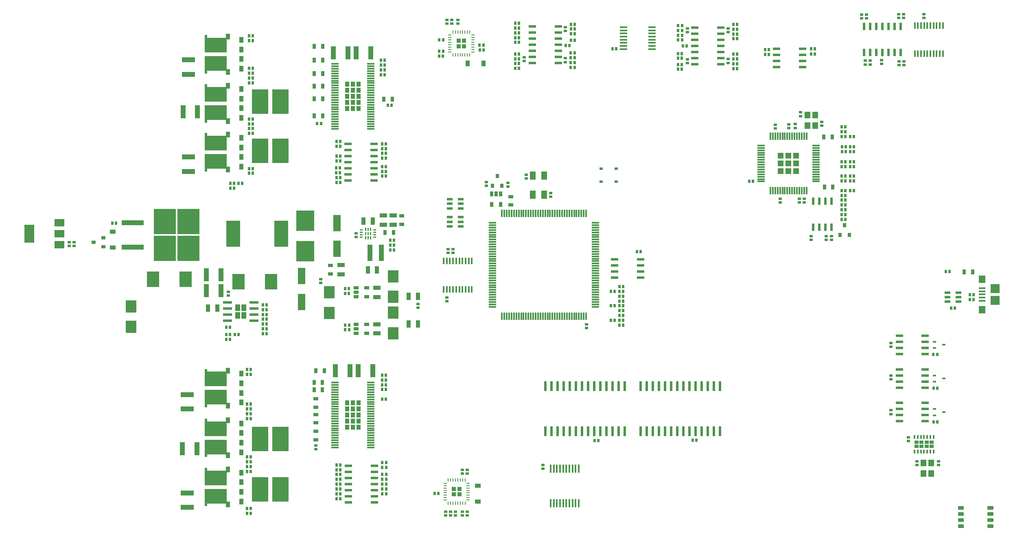
<source format=gtp>
G04 #@! TF.GenerationSoftware,KiCad,Pcbnew,(5.0.1-53-g1ecfe45ab)*
G04 #@! TF.CreationDate,2019-03-07T10:28:32+01:00*
G04 #@! TF.ProjectId,motordriver-2x,6d6f746f-7264-4726-9976-65722d32782e,Rev A*
G04 #@! TF.SameCoordinates,Original*
G04 #@! TF.FileFunction,Paste,Top*
G04 #@! TF.FilePolarity,Positive*
%FSLAX46Y46*%
G04 Gerber Fmt 4.6, Leading zero omitted, Abs format (unit mm)*
G04 Created by KiCad (PCBNEW (5.0.1-53-g1ecfe45ab)) date Thu 07 Mar 2019 10:28:32 AM CET*
%MOMM*%
%LPD*%
G01*
G04 APERTURE LIST*
%ADD10R,0.300000X1.500000*%
%ADD11R,1.500000X0.300000*%
%ADD12R,1.240000X1.240000*%
%ADD13R,1.150000X1.400000*%
%ADD14C,0.050000*%
%ADD15C,0.250000*%
%ADD16R,0.700000X0.250000*%
%ADD17R,0.250000X0.700000*%
%ADD18R,0.920000X0.920000*%
%ADD19R,1.500000X0.970000*%
%ADD20R,1.100000X1.400000*%
%ADD21R,1.910000X0.610000*%
%ADD22R,0.820000X1.150000*%
%ADD23R,4.600000X3.050000*%
%ADD24R,0.500000X1.150000*%
%ADD25R,3.500000X5.100000*%
%ADD26R,0.575000X0.650000*%
%ADD27R,0.650000X0.575000*%
%ADD28R,1.200000X1.800000*%
%ADD29R,3.810000X4.240000*%
%ADD30R,1.200000X0.600000*%
%ADD31R,0.650000X0.600000*%
%ADD32R,1.400000X1.600000*%
%ADD33R,1.900000X1.900000*%
%ADD34R,1.350000X0.400000*%
%ADD35R,1.600000X3.500000*%
%ADD36R,0.970000X1.500000*%
%ADD37R,1.070000X2.700000*%
%ADD38R,2.300000X2.500000*%
%ADD39R,0.900000X1.200000*%
%ADD40R,1.200000X0.900000*%
%ADD41R,1.000000X0.670000*%
%ADD42R,1.060000X0.650000*%
%ADD43R,0.670000X1.000000*%
%ADD44R,2.500000X3.300000*%
%ADD45R,2.000000X1.500000*%
%ADD46R,2.000000X3.800000*%
%ADD47R,0.900000X0.800000*%
%ADD48R,4.550000X5.250000*%
%ADD49R,4.600000X1.100000*%
%ADD50R,0.600000X2.000000*%
%ADD51R,0.960000X1.030000*%
%ADD52R,1.550000X0.300000*%
%ADD53R,2.900000X5.400000*%
%ADD54R,2.700000X1.070000*%
%ADD55R,0.980000X3.400000*%
%ADD56R,0.850000X0.660000*%
%ADD57O,0.350000X0.850000*%
%ADD58R,0.300000X1.550000*%
%ADD59R,1.500000X0.600000*%
%ADD60R,0.600000X1.500000*%
%ADD61R,1.550000X0.600000*%
%ADD62R,0.600000X1.550000*%
%ADD63R,0.450000X1.750000*%
%ADD64R,1.500000X0.450000*%
%ADD65R,0.450000X1.450000*%
%ADD66R,0.800000X0.900000*%
%ADD67R,0.650000X1.060000*%
%ADD68R,0.700000X0.450000*%
%ADD69C,0.760000*%
G04 APERTURE END LIST*
D10*
G04 #@! TO.C,U30*
X220300000Y-60900000D03*
X219800000Y-60900000D03*
X219300000Y-60900000D03*
X218800000Y-60900000D03*
X218300000Y-60900000D03*
X217800000Y-60900000D03*
X217300000Y-60900000D03*
X216800000Y-60900000D03*
X216300000Y-60900000D03*
X215800000Y-60900000D03*
X215300000Y-60900000D03*
X214800000Y-60900000D03*
X214300000Y-60900000D03*
X213800000Y-60900000D03*
X213300000Y-60900000D03*
X212800000Y-60900000D03*
D11*
X210850000Y-62850000D03*
X210850000Y-63350000D03*
X210850000Y-63850000D03*
X210850000Y-64350000D03*
X210850000Y-64850000D03*
X210850000Y-65350000D03*
X210850000Y-65850000D03*
X210850000Y-66350000D03*
X210850000Y-66850000D03*
X210850000Y-67350000D03*
X210850000Y-67850000D03*
X210850000Y-68350000D03*
X210850000Y-68850000D03*
X210850000Y-69350000D03*
X210850000Y-69850000D03*
X210850000Y-70350000D03*
D10*
X212800000Y-72300000D03*
X213300000Y-72300000D03*
X213800000Y-72300000D03*
X214300000Y-72300000D03*
X214800000Y-72300000D03*
X215300000Y-72300000D03*
X215800000Y-72300000D03*
X216300000Y-72300000D03*
X216800000Y-72300000D03*
X217300000Y-72300000D03*
X217800000Y-72300000D03*
X218300000Y-72300000D03*
X218800000Y-72300000D03*
X219300000Y-72300000D03*
X219800000Y-72300000D03*
X220300000Y-72300000D03*
D11*
X222250000Y-70350000D03*
X222250000Y-69850000D03*
X222250000Y-69350000D03*
X222250000Y-68850000D03*
X222250000Y-68350000D03*
X222250000Y-67850000D03*
X222250000Y-67350000D03*
X222250000Y-66850000D03*
X222250000Y-66350000D03*
X222250000Y-65850000D03*
X222250000Y-65350000D03*
X222250000Y-64850000D03*
X222250000Y-64350000D03*
X222250000Y-63850000D03*
X222250000Y-63350000D03*
X222250000Y-62850000D03*
D12*
X214950000Y-68200000D03*
X214950000Y-66600000D03*
X214950000Y-65000000D03*
X216550000Y-68200000D03*
X216550000Y-66600000D03*
X216550000Y-65000000D03*
X218150000Y-68200000D03*
X218150000Y-66600000D03*
X218150000Y-65000000D03*
G04 #@! TD*
D13*
G04 #@! TO.C,Y2*
X246250000Y-129000000D03*
X246250000Y-131200000D03*
X244650000Y-131200000D03*
X244650000Y-129000000D03*
G04 #@! TD*
D14*
G04 #@! TO.C,U19*
G36*
X129668626Y-80000301D02*
X129674693Y-80001201D01*
X129680643Y-80002691D01*
X129686418Y-80004758D01*
X129691962Y-80007380D01*
X129697223Y-80010533D01*
X129702150Y-80014187D01*
X129706694Y-80018306D01*
X129710813Y-80022850D01*
X129714467Y-80027777D01*
X129717620Y-80033038D01*
X129720242Y-80038582D01*
X129722309Y-80044357D01*
X129723799Y-80050307D01*
X129724699Y-80056374D01*
X129725000Y-80062500D01*
X129725000Y-80597500D01*
X129724699Y-80603626D01*
X129723799Y-80609693D01*
X129722309Y-80615643D01*
X129720242Y-80621418D01*
X129717620Y-80626962D01*
X129714467Y-80632223D01*
X129710813Y-80637150D01*
X129706694Y-80641694D01*
X129702150Y-80645813D01*
X129697223Y-80649467D01*
X129691962Y-80652620D01*
X129686418Y-80655242D01*
X129680643Y-80657309D01*
X129674693Y-80658799D01*
X129668626Y-80659699D01*
X129662500Y-80660000D01*
X129537500Y-80660000D01*
X129531374Y-80659699D01*
X129525307Y-80658799D01*
X129519357Y-80657309D01*
X129513582Y-80655242D01*
X129508038Y-80652620D01*
X129502777Y-80649467D01*
X129497850Y-80645813D01*
X129493306Y-80641694D01*
X129489187Y-80637150D01*
X129485533Y-80632223D01*
X129482380Y-80626962D01*
X129479758Y-80621418D01*
X129477691Y-80615643D01*
X129476201Y-80609693D01*
X129475301Y-80603626D01*
X129475000Y-80597500D01*
X129475000Y-80062500D01*
X129475301Y-80056374D01*
X129476201Y-80050307D01*
X129477691Y-80044357D01*
X129479758Y-80038582D01*
X129482380Y-80033038D01*
X129485533Y-80027777D01*
X129489187Y-80022850D01*
X129493306Y-80018306D01*
X129497850Y-80014187D01*
X129502777Y-80010533D01*
X129508038Y-80007380D01*
X129513582Y-80004758D01*
X129519357Y-80002691D01*
X129525307Y-80001201D01*
X129531374Y-80000301D01*
X129537500Y-80000000D01*
X129662500Y-80000000D01*
X129668626Y-80000301D01*
X129668626Y-80000301D01*
G37*
D15*
X129600000Y-80330000D03*
D14*
G36*
X129668626Y-80870301D02*
X129674693Y-80871201D01*
X129680643Y-80872691D01*
X129686418Y-80874758D01*
X129691962Y-80877380D01*
X129697223Y-80880533D01*
X129702150Y-80884187D01*
X129706694Y-80888306D01*
X129710813Y-80892850D01*
X129714467Y-80897777D01*
X129717620Y-80903038D01*
X129720242Y-80908582D01*
X129722309Y-80914357D01*
X129723799Y-80920307D01*
X129724699Y-80926374D01*
X129725000Y-80932500D01*
X129725000Y-81467500D01*
X129724699Y-81473626D01*
X129723799Y-81479693D01*
X129722309Y-81485643D01*
X129720242Y-81491418D01*
X129717620Y-81496962D01*
X129714467Y-81502223D01*
X129710813Y-81507150D01*
X129706694Y-81511694D01*
X129702150Y-81515813D01*
X129697223Y-81519467D01*
X129691962Y-81522620D01*
X129686418Y-81525242D01*
X129680643Y-81527309D01*
X129674693Y-81528799D01*
X129668626Y-81529699D01*
X129662500Y-81530000D01*
X129537500Y-81530000D01*
X129531374Y-81529699D01*
X129525307Y-81528799D01*
X129519357Y-81527309D01*
X129513582Y-81525242D01*
X129508038Y-81522620D01*
X129502777Y-81519467D01*
X129497850Y-81515813D01*
X129493306Y-81511694D01*
X129489187Y-81507150D01*
X129485533Y-81502223D01*
X129482380Y-81496962D01*
X129479758Y-81491418D01*
X129477691Y-81485643D01*
X129476201Y-81479693D01*
X129475301Y-81473626D01*
X129475000Y-81467500D01*
X129475000Y-80932500D01*
X129475301Y-80926374D01*
X129476201Y-80920307D01*
X129477691Y-80914357D01*
X129479758Y-80908582D01*
X129482380Y-80903038D01*
X129485533Y-80897777D01*
X129489187Y-80892850D01*
X129493306Y-80888306D01*
X129497850Y-80884187D01*
X129502777Y-80880533D01*
X129508038Y-80877380D01*
X129513582Y-80874758D01*
X129519357Y-80872691D01*
X129525307Y-80871201D01*
X129531374Y-80870301D01*
X129537500Y-80870000D01*
X129662500Y-80870000D01*
X129668626Y-80870301D01*
X129668626Y-80870301D01*
G37*
D15*
X129600000Y-81200000D03*
D14*
G36*
X129668626Y-81740301D02*
X129674693Y-81741201D01*
X129680643Y-81742691D01*
X129686418Y-81744758D01*
X129691962Y-81747380D01*
X129697223Y-81750533D01*
X129702150Y-81754187D01*
X129706694Y-81758306D01*
X129710813Y-81762850D01*
X129714467Y-81767777D01*
X129717620Y-81773038D01*
X129720242Y-81778582D01*
X129722309Y-81784357D01*
X129723799Y-81790307D01*
X129724699Y-81796374D01*
X129725000Y-81802500D01*
X129725000Y-82337500D01*
X129724699Y-82343626D01*
X129723799Y-82349693D01*
X129722309Y-82355643D01*
X129720242Y-82361418D01*
X129717620Y-82366962D01*
X129714467Y-82372223D01*
X129710813Y-82377150D01*
X129706694Y-82381694D01*
X129702150Y-82385813D01*
X129697223Y-82389467D01*
X129691962Y-82392620D01*
X129686418Y-82395242D01*
X129680643Y-82397309D01*
X129674693Y-82398799D01*
X129668626Y-82399699D01*
X129662500Y-82400000D01*
X129537500Y-82400000D01*
X129531374Y-82399699D01*
X129525307Y-82398799D01*
X129519357Y-82397309D01*
X129513582Y-82395242D01*
X129508038Y-82392620D01*
X129502777Y-82389467D01*
X129497850Y-82385813D01*
X129493306Y-82381694D01*
X129489187Y-82377150D01*
X129485533Y-82372223D01*
X129482380Y-82366962D01*
X129479758Y-82361418D01*
X129477691Y-82355643D01*
X129476201Y-82349693D01*
X129475301Y-82343626D01*
X129475000Y-82337500D01*
X129475000Y-81802500D01*
X129475301Y-81796374D01*
X129476201Y-81790307D01*
X129477691Y-81784357D01*
X129479758Y-81778582D01*
X129482380Y-81773038D01*
X129485533Y-81767777D01*
X129489187Y-81762850D01*
X129493306Y-81758306D01*
X129497850Y-81754187D01*
X129502777Y-81750533D01*
X129508038Y-81747380D01*
X129513582Y-81744758D01*
X129519357Y-81742691D01*
X129525307Y-81741201D01*
X129531374Y-81740301D01*
X129537500Y-81740000D01*
X129662500Y-81740000D01*
X129668626Y-81740301D01*
X129668626Y-81740301D01*
G37*
D15*
X129600000Y-82070000D03*
D14*
G36*
X129168626Y-80000301D02*
X129174693Y-80001201D01*
X129180643Y-80002691D01*
X129186418Y-80004758D01*
X129191962Y-80007380D01*
X129197223Y-80010533D01*
X129202150Y-80014187D01*
X129206694Y-80018306D01*
X129210813Y-80022850D01*
X129214467Y-80027777D01*
X129217620Y-80033038D01*
X129220242Y-80038582D01*
X129222309Y-80044357D01*
X129223799Y-80050307D01*
X129224699Y-80056374D01*
X129225000Y-80062500D01*
X129225000Y-80597500D01*
X129224699Y-80603626D01*
X129223799Y-80609693D01*
X129222309Y-80615643D01*
X129220242Y-80621418D01*
X129217620Y-80626962D01*
X129214467Y-80632223D01*
X129210813Y-80637150D01*
X129206694Y-80641694D01*
X129202150Y-80645813D01*
X129197223Y-80649467D01*
X129191962Y-80652620D01*
X129186418Y-80655242D01*
X129180643Y-80657309D01*
X129174693Y-80658799D01*
X129168626Y-80659699D01*
X129162500Y-80660000D01*
X129037500Y-80660000D01*
X129031374Y-80659699D01*
X129025307Y-80658799D01*
X129019357Y-80657309D01*
X129013582Y-80655242D01*
X129008038Y-80652620D01*
X129002777Y-80649467D01*
X128997850Y-80645813D01*
X128993306Y-80641694D01*
X128989187Y-80637150D01*
X128985533Y-80632223D01*
X128982380Y-80626962D01*
X128979758Y-80621418D01*
X128977691Y-80615643D01*
X128976201Y-80609693D01*
X128975301Y-80603626D01*
X128975000Y-80597500D01*
X128975000Y-80062500D01*
X128975301Y-80056374D01*
X128976201Y-80050307D01*
X128977691Y-80044357D01*
X128979758Y-80038582D01*
X128982380Y-80033038D01*
X128985533Y-80027777D01*
X128989187Y-80022850D01*
X128993306Y-80018306D01*
X128997850Y-80014187D01*
X129002777Y-80010533D01*
X129008038Y-80007380D01*
X129013582Y-80004758D01*
X129019357Y-80002691D01*
X129025307Y-80001201D01*
X129031374Y-80000301D01*
X129037500Y-80000000D01*
X129162500Y-80000000D01*
X129168626Y-80000301D01*
X129168626Y-80000301D01*
G37*
D15*
X129100000Y-80330000D03*
D14*
G36*
X129168626Y-80870301D02*
X129174693Y-80871201D01*
X129180643Y-80872691D01*
X129186418Y-80874758D01*
X129191962Y-80877380D01*
X129197223Y-80880533D01*
X129202150Y-80884187D01*
X129206694Y-80888306D01*
X129210813Y-80892850D01*
X129214467Y-80897777D01*
X129217620Y-80903038D01*
X129220242Y-80908582D01*
X129222309Y-80914357D01*
X129223799Y-80920307D01*
X129224699Y-80926374D01*
X129225000Y-80932500D01*
X129225000Y-81467500D01*
X129224699Y-81473626D01*
X129223799Y-81479693D01*
X129222309Y-81485643D01*
X129220242Y-81491418D01*
X129217620Y-81496962D01*
X129214467Y-81502223D01*
X129210813Y-81507150D01*
X129206694Y-81511694D01*
X129202150Y-81515813D01*
X129197223Y-81519467D01*
X129191962Y-81522620D01*
X129186418Y-81525242D01*
X129180643Y-81527309D01*
X129174693Y-81528799D01*
X129168626Y-81529699D01*
X129162500Y-81530000D01*
X129037500Y-81530000D01*
X129031374Y-81529699D01*
X129025307Y-81528799D01*
X129019357Y-81527309D01*
X129013582Y-81525242D01*
X129008038Y-81522620D01*
X129002777Y-81519467D01*
X128997850Y-81515813D01*
X128993306Y-81511694D01*
X128989187Y-81507150D01*
X128985533Y-81502223D01*
X128982380Y-81496962D01*
X128979758Y-81491418D01*
X128977691Y-81485643D01*
X128976201Y-81479693D01*
X128975301Y-81473626D01*
X128975000Y-81467500D01*
X128975000Y-80932500D01*
X128975301Y-80926374D01*
X128976201Y-80920307D01*
X128977691Y-80914357D01*
X128979758Y-80908582D01*
X128982380Y-80903038D01*
X128985533Y-80897777D01*
X128989187Y-80892850D01*
X128993306Y-80888306D01*
X128997850Y-80884187D01*
X129002777Y-80880533D01*
X129008038Y-80877380D01*
X129013582Y-80874758D01*
X129019357Y-80872691D01*
X129025307Y-80871201D01*
X129031374Y-80870301D01*
X129037500Y-80870000D01*
X129162500Y-80870000D01*
X129168626Y-80870301D01*
X129168626Y-80870301D01*
G37*
D15*
X129100000Y-81200000D03*
D14*
G36*
X129168626Y-81740301D02*
X129174693Y-81741201D01*
X129180643Y-81742691D01*
X129186418Y-81744758D01*
X129191962Y-81747380D01*
X129197223Y-81750533D01*
X129202150Y-81754187D01*
X129206694Y-81758306D01*
X129210813Y-81762850D01*
X129214467Y-81767777D01*
X129217620Y-81773038D01*
X129220242Y-81778582D01*
X129222309Y-81784357D01*
X129223799Y-81790307D01*
X129224699Y-81796374D01*
X129225000Y-81802500D01*
X129225000Y-82337500D01*
X129224699Y-82343626D01*
X129223799Y-82349693D01*
X129222309Y-82355643D01*
X129220242Y-82361418D01*
X129217620Y-82366962D01*
X129214467Y-82372223D01*
X129210813Y-82377150D01*
X129206694Y-82381694D01*
X129202150Y-82385813D01*
X129197223Y-82389467D01*
X129191962Y-82392620D01*
X129186418Y-82395242D01*
X129180643Y-82397309D01*
X129174693Y-82398799D01*
X129168626Y-82399699D01*
X129162500Y-82400000D01*
X129037500Y-82400000D01*
X129031374Y-82399699D01*
X129025307Y-82398799D01*
X129019357Y-82397309D01*
X129013582Y-82395242D01*
X129008038Y-82392620D01*
X129002777Y-82389467D01*
X128997850Y-82385813D01*
X128993306Y-82381694D01*
X128989187Y-82377150D01*
X128985533Y-82372223D01*
X128982380Y-82366962D01*
X128979758Y-82361418D01*
X128977691Y-82355643D01*
X128976201Y-82349693D01*
X128975301Y-82343626D01*
X128975000Y-82337500D01*
X128975000Y-81802500D01*
X128975301Y-81796374D01*
X128976201Y-81790307D01*
X128977691Y-81784357D01*
X128979758Y-81778582D01*
X128982380Y-81773038D01*
X128985533Y-81767777D01*
X128989187Y-81762850D01*
X128993306Y-81758306D01*
X128997850Y-81754187D01*
X129002777Y-81750533D01*
X129008038Y-81747380D01*
X129013582Y-81744758D01*
X129019357Y-81742691D01*
X129025307Y-81741201D01*
X129031374Y-81740301D01*
X129037500Y-81740000D01*
X129162500Y-81740000D01*
X129168626Y-81740301D01*
X129168626Y-81740301D01*
G37*
D15*
X129100000Y-82070000D03*
D14*
G36*
X128668626Y-80870301D02*
X128674693Y-80871201D01*
X128680643Y-80872691D01*
X128686418Y-80874758D01*
X128691962Y-80877380D01*
X128697223Y-80880533D01*
X128702150Y-80884187D01*
X128706694Y-80888306D01*
X128710813Y-80892850D01*
X128714467Y-80897777D01*
X128717620Y-80903038D01*
X128720242Y-80908582D01*
X128722309Y-80914357D01*
X128723799Y-80920307D01*
X128724699Y-80926374D01*
X128725000Y-80932500D01*
X128725000Y-81467500D01*
X128724699Y-81473626D01*
X128723799Y-81479693D01*
X128722309Y-81485643D01*
X128720242Y-81491418D01*
X128717620Y-81496962D01*
X128714467Y-81502223D01*
X128710813Y-81507150D01*
X128706694Y-81511694D01*
X128702150Y-81515813D01*
X128697223Y-81519467D01*
X128691962Y-81522620D01*
X128686418Y-81525242D01*
X128680643Y-81527309D01*
X128674693Y-81528799D01*
X128668626Y-81529699D01*
X128662500Y-81530000D01*
X128537500Y-81530000D01*
X128531374Y-81529699D01*
X128525307Y-81528799D01*
X128519357Y-81527309D01*
X128513582Y-81525242D01*
X128508038Y-81522620D01*
X128502777Y-81519467D01*
X128497850Y-81515813D01*
X128493306Y-81511694D01*
X128489187Y-81507150D01*
X128485533Y-81502223D01*
X128482380Y-81496962D01*
X128479758Y-81491418D01*
X128477691Y-81485643D01*
X128476201Y-81479693D01*
X128475301Y-81473626D01*
X128475000Y-81467500D01*
X128475000Y-80932500D01*
X128475301Y-80926374D01*
X128476201Y-80920307D01*
X128477691Y-80914357D01*
X128479758Y-80908582D01*
X128482380Y-80903038D01*
X128485533Y-80897777D01*
X128489187Y-80892850D01*
X128493306Y-80888306D01*
X128497850Y-80884187D01*
X128502777Y-80880533D01*
X128508038Y-80877380D01*
X128513582Y-80874758D01*
X128519357Y-80872691D01*
X128525307Y-80871201D01*
X128531374Y-80870301D01*
X128537500Y-80870000D01*
X128662500Y-80870000D01*
X128668626Y-80870301D01*
X128668626Y-80870301D01*
G37*
D15*
X128600000Y-81200000D03*
D14*
G36*
X128668626Y-80000301D02*
X128674693Y-80001201D01*
X128680643Y-80002691D01*
X128686418Y-80004758D01*
X128691962Y-80007380D01*
X128697223Y-80010533D01*
X128702150Y-80014187D01*
X128706694Y-80018306D01*
X128710813Y-80022850D01*
X128714467Y-80027777D01*
X128717620Y-80033038D01*
X128720242Y-80038582D01*
X128722309Y-80044357D01*
X128723799Y-80050307D01*
X128724699Y-80056374D01*
X128725000Y-80062500D01*
X128725000Y-80597500D01*
X128724699Y-80603626D01*
X128723799Y-80609693D01*
X128722309Y-80615643D01*
X128720242Y-80621418D01*
X128717620Y-80626962D01*
X128714467Y-80632223D01*
X128710813Y-80637150D01*
X128706694Y-80641694D01*
X128702150Y-80645813D01*
X128697223Y-80649467D01*
X128691962Y-80652620D01*
X128686418Y-80655242D01*
X128680643Y-80657309D01*
X128674693Y-80658799D01*
X128668626Y-80659699D01*
X128662500Y-80660000D01*
X128537500Y-80660000D01*
X128531374Y-80659699D01*
X128525307Y-80658799D01*
X128519357Y-80657309D01*
X128513582Y-80655242D01*
X128508038Y-80652620D01*
X128502777Y-80649467D01*
X128497850Y-80645813D01*
X128493306Y-80641694D01*
X128489187Y-80637150D01*
X128485533Y-80632223D01*
X128482380Y-80626962D01*
X128479758Y-80621418D01*
X128477691Y-80615643D01*
X128476201Y-80609693D01*
X128475301Y-80603626D01*
X128475000Y-80597500D01*
X128475000Y-80062500D01*
X128475301Y-80056374D01*
X128476201Y-80050307D01*
X128477691Y-80044357D01*
X128479758Y-80038582D01*
X128482380Y-80033038D01*
X128485533Y-80027777D01*
X128489187Y-80022850D01*
X128493306Y-80018306D01*
X128497850Y-80014187D01*
X128502777Y-80010533D01*
X128508038Y-80007380D01*
X128513582Y-80004758D01*
X128519357Y-80002691D01*
X128525307Y-80001201D01*
X128531374Y-80000301D01*
X128537500Y-80000000D01*
X128662500Y-80000000D01*
X128668626Y-80000301D01*
X128668626Y-80000301D01*
G37*
D15*
X128600000Y-80330000D03*
D14*
G36*
X128668626Y-81750301D02*
X128674693Y-81751201D01*
X128680643Y-81752691D01*
X128686418Y-81754758D01*
X128691962Y-81757380D01*
X128697223Y-81760533D01*
X128702150Y-81764187D01*
X128706694Y-81768306D01*
X128710813Y-81772850D01*
X128714467Y-81777777D01*
X128717620Y-81783038D01*
X128720242Y-81788582D01*
X128722309Y-81794357D01*
X128723799Y-81800307D01*
X128724699Y-81806374D01*
X128725000Y-81812500D01*
X128725000Y-82347500D01*
X128724699Y-82353626D01*
X128723799Y-82359693D01*
X128722309Y-82365643D01*
X128720242Y-82371418D01*
X128717620Y-82376962D01*
X128714467Y-82382223D01*
X128710813Y-82387150D01*
X128706694Y-82391694D01*
X128702150Y-82395813D01*
X128697223Y-82399467D01*
X128691962Y-82402620D01*
X128686418Y-82405242D01*
X128680643Y-82407309D01*
X128674693Y-82408799D01*
X128668626Y-82409699D01*
X128662500Y-82410000D01*
X128537500Y-82410000D01*
X128531374Y-82409699D01*
X128525307Y-82408799D01*
X128519357Y-82407309D01*
X128513582Y-82405242D01*
X128508038Y-82402620D01*
X128502777Y-82399467D01*
X128497850Y-82395813D01*
X128493306Y-82391694D01*
X128489187Y-82387150D01*
X128485533Y-82382223D01*
X128482380Y-82376962D01*
X128479758Y-82371418D01*
X128477691Y-82365643D01*
X128476201Y-82359693D01*
X128475301Y-82353626D01*
X128475000Y-82347500D01*
X128475000Y-81812500D01*
X128475301Y-81806374D01*
X128476201Y-81800307D01*
X128477691Y-81794357D01*
X128479758Y-81788582D01*
X128482380Y-81783038D01*
X128485533Y-81777777D01*
X128489187Y-81772850D01*
X128493306Y-81768306D01*
X128497850Y-81764187D01*
X128502777Y-81760533D01*
X128508038Y-81757380D01*
X128513582Y-81754758D01*
X128519357Y-81752691D01*
X128525307Y-81751201D01*
X128531374Y-81750301D01*
X128537500Y-81750000D01*
X128662500Y-81750000D01*
X128668626Y-81750301D01*
X128668626Y-81750301D01*
G37*
D15*
X128600000Y-82080000D03*
D14*
G36*
X130743626Y-81825301D02*
X130749693Y-81826201D01*
X130755643Y-81827691D01*
X130761418Y-81829758D01*
X130766962Y-81832380D01*
X130772223Y-81835533D01*
X130777150Y-81839187D01*
X130781694Y-81843306D01*
X130785813Y-81847850D01*
X130789467Y-81852777D01*
X130792620Y-81858038D01*
X130795242Y-81863582D01*
X130797309Y-81869357D01*
X130798799Y-81875307D01*
X130799699Y-81881374D01*
X130800000Y-81887500D01*
X130800000Y-82012500D01*
X130799699Y-82018626D01*
X130798799Y-82024693D01*
X130797309Y-82030643D01*
X130795242Y-82036418D01*
X130792620Y-82041962D01*
X130789467Y-82047223D01*
X130785813Y-82052150D01*
X130781694Y-82056694D01*
X130777150Y-82060813D01*
X130772223Y-82064467D01*
X130766962Y-82067620D01*
X130761418Y-82070242D01*
X130755643Y-82072309D01*
X130749693Y-82073799D01*
X130743626Y-82074699D01*
X130737500Y-82075000D01*
X130262500Y-82075000D01*
X130256374Y-82074699D01*
X130250307Y-82073799D01*
X130244357Y-82072309D01*
X130238582Y-82070242D01*
X130233038Y-82067620D01*
X130227777Y-82064467D01*
X130222850Y-82060813D01*
X130218306Y-82056694D01*
X130214187Y-82052150D01*
X130210533Y-82047223D01*
X130207380Y-82041962D01*
X130204758Y-82036418D01*
X130202691Y-82030643D01*
X130201201Y-82024693D01*
X130200301Y-82018626D01*
X130200000Y-82012500D01*
X130200000Y-81887500D01*
X130200301Y-81881374D01*
X130201201Y-81875307D01*
X130202691Y-81869357D01*
X130204758Y-81863582D01*
X130207380Y-81858038D01*
X130210533Y-81852777D01*
X130214187Y-81847850D01*
X130218306Y-81843306D01*
X130222850Y-81839187D01*
X130227777Y-81835533D01*
X130233038Y-81832380D01*
X130238582Y-81829758D01*
X130244357Y-81827691D01*
X130250307Y-81826201D01*
X130256374Y-81825301D01*
X130262500Y-81825000D01*
X130737500Y-81825000D01*
X130743626Y-81825301D01*
X130743626Y-81825301D01*
G37*
D15*
X130500000Y-81950000D03*
D14*
G36*
X130743626Y-80325301D02*
X130749693Y-80326201D01*
X130755643Y-80327691D01*
X130761418Y-80329758D01*
X130766962Y-80332380D01*
X130772223Y-80335533D01*
X130777150Y-80339187D01*
X130781694Y-80343306D01*
X130785813Y-80347850D01*
X130789467Y-80352777D01*
X130792620Y-80358038D01*
X130795242Y-80363582D01*
X130797309Y-80369357D01*
X130798799Y-80375307D01*
X130799699Y-80381374D01*
X130800000Y-80387500D01*
X130800000Y-80512500D01*
X130799699Y-80518626D01*
X130798799Y-80524693D01*
X130797309Y-80530643D01*
X130795242Y-80536418D01*
X130792620Y-80541962D01*
X130789467Y-80547223D01*
X130785813Y-80552150D01*
X130781694Y-80556694D01*
X130777150Y-80560813D01*
X130772223Y-80564467D01*
X130766962Y-80567620D01*
X130761418Y-80570242D01*
X130755643Y-80572309D01*
X130749693Y-80573799D01*
X130743626Y-80574699D01*
X130737500Y-80575000D01*
X130262500Y-80575000D01*
X130256374Y-80574699D01*
X130250307Y-80573799D01*
X130244357Y-80572309D01*
X130238582Y-80570242D01*
X130233038Y-80567620D01*
X130227777Y-80564467D01*
X130222850Y-80560813D01*
X130218306Y-80556694D01*
X130214187Y-80552150D01*
X130210533Y-80547223D01*
X130207380Y-80541962D01*
X130204758Y-80536418D01*
X130202691Y-80530643D01*
X130201201Y-80524693D01*
X130200301Y-80518626D01*
X130200000Y-80512500D01*
X130200000Y-80387500D01*
X130200301Y-80381374D01*
X130201201Y-80375307D01*
X130202691Y-80369357D01*
X130204758Y-80363582D01*
X130207380Y-80358038D01*
X130210533Y-80352777D01*
X130214187Y-80347850D01*
X130218306Y-80343306D01*
X130222850Y-80339187D01*
X130227777Y-80335533D01*
X130233038Y-80332380D01*
X130238582Y-80329758D01*
X130244357Y-80327691D01*
X130250307Y-80326201D01*
X130256374Y-80325301D01*
X130262500Y-80325000D01*
X130737500Y-80325000D01*
X130743626Y-80325301D01*
X130743626Y-80325301D01*
G37*
D15*
X130500000Y-80450000D03*
D14*
G36*
X130743626Y-81325301D02*
X130749693Y-81326201D01*
X130755643Y-81327691D01*
X130761418Y-81329758D01*
X130766962Y-81332380D01*
X130772223Y-81335533D01*
X130777150Y-81339187D01*
X130781694Y-81343306D01*
X130785813Y-81347850D01*
X130789467Y-81352777D01*
X130792620Y-81358038D01*
X130795242Y-81363582D01*
X130797309Y-81369357D01*
X130798799Y-81375307D01*
X130799699Y-81381374D01*
X130800000Y-81387500D01*
X130800000Y-81512500D01*
X130799699Y-81518626D01*
X130798799Y-81524693D01*
X130797309Y-81530643D01*
X130795242Y-81536418D01*
X130792620Y-81541962D01*
X130789467Y-81547223D01*
X130785813Y-81552150D01*
X130781694Y-81556694D01*
X130777150Y-81560813D01*
X130772223Y-81564467D01*
X130766962Y-81567620D01*
X130761418Y-81570242D01*
X130755643Y-81572309D01*
X130749693Y-81573799D01*
X130743626Y-81574699D01*
X130737500Y-81575000D01*
X130262500Y-81575000D01*
X130256374Y-81574699D01*
X130250307Y-81573799D01*
X130244357Y-81572309D01*
X130238582Y-81570242D01*
X130233038Y-81567620D01*
X130227777Y-81564467D01*
X130222850Y-81560813D01*
X130218306Y-81556694D01*
X130214187Y-81552150D01*
X130210533Y-81547223D01*
X130207380Y-81541962D01*
X130204758Y-81536418D01*
X130202691Y-81530643D01*
X130201201Y-81524693D01*
X130200301Y-81518626D01*
X130200000Y-81512500D01*
X130200000Y-81387500D01*
X130200301Y-81381374D01*
X130201201Y-81375307D01*
X130202691Y-81369357D01*
X130204758Y-81363582D01*
X130207380Y-81358038D01*
X130210533Y-81352777D01*
X130214187Y-81347850D01*
X130218306Y-81343306D01*
X130222850Y-81339187D01*
X130227777Y-81335533D01*
X130233038Y-81332380D01*
X130238582Y-81329758D01*
X130244357Y-81327691D01*
X130250307Y-81326201D01*
X130256374Y-81325301D01*
X130262500Y-81325000D01*
X130737500Y-81325000D01*
X130743626Y-81325301D01*
X130743626Y-81325301D01*
G37*
D15*
X130500000Y-81450000D03*
D14*
G36*
X130743626Y-80825301D02*
X130749693Y-80826201D01*
X130755643Y-80827691D01*
X130761418Y-80829758D01*
X130766962Y-80832380D01*
X130772223Y-80835533D01*
X130777150Y-80839187D01*
X130781694Y-80843306D01*
X130785813Y-80847850D01*
X130789467Y-80852777D01*
X130792620Y-80858038D01*
X130795242Y-80863582D01*
X130797309Y-80869357D01*
X130798799Y-80875307D01*
X130799699Y-80881374D01*
X130800000Y-80887500D01*
X130800000Y-81012500D01*
X130799699Y-81018626D01*
X130798799Y-81024693D01*
X130797309Y-81030643D01*
X130795242Y-81036418D01*
X130792620Y-81041962D01*
X130789467Y-81047223D01*
X130785813Y-81052150D01*
X130781694Y-81056694D01*
X130777150Y-81060813D01*
X130772223Y-81064467D01*
X130766962Y-81067620D01*
X130761418Y-81070242D01*
X130755643Y-81072309D01*
X130749693Y-81073799D01*
X130743626Y-81074699D01*
X130737500Y-81075000D01*
X130262500Y-81075000D01*
X130256374Y-81074699D01*
X130250307Y-81073799D01*
X130244357Y-81072309D01*
X130238582Y-81070242D01*
X130233038Y-81067620D01*
X130227777Y-81064467D01*
X130222850Y-81060813D01*
X130218306Y-81056694D01*
X130214187Y-81052150D01*
X130210533Y-81047223D01*
X130207380Y-81041962D01*
X130204758Y-81036418D01*
X130202691Y-81030643D01*
X130201201Y-81024693D01*
X130200301Y-81018626D01*
X130200000Y-81012500D01*
X130200000Y-80887500D01*
X130200301Y-80881374D01*
X130201201Y-80875307D01*
X130202691Y-80869357D01*
X130204758Y-80863582D01*
X130207380Y-80858038D01*
X130210533Y-80852777D01*
X130214187Y-80847850D01*
X130218306Y-80843306D01*
X130222850Y-80839187D01*
X130227777Y-80835533D01*
X130233038Y-80832380D01*
X130238582Y-80829758D01*
X130244357Y-80827691D01*
X130250307Y-80826201D01*
X130256374Y-80825301D01*
X130262500Y-80825000D01*
X130737500Y-80825000D01*
X130743626Y-80825301D01*
X130743626Y-80825301D01*
G37*
D15*
X130500000Y-80950000D03*
D14*
G36*
X127943626Y-80325301D02*
X127949693Y-80326201D01*
X127955643Y-80327691D01*
X127961418Y-80329758D01*
X127966962Y-80332380D01*
X127972223Y-80335533D01*
X127977150Y-80339187D01*
X127981694Y-80343306D01*
X127985813Y-80347850D01*
X127989467Y-80352777D01*
X127992620Y-80358038D01*
X127995242Y-80363582D01*
X127997309Y-80369357D01*
X127998799Y-80375307D01*
X127999699Y-80381374D01*
X128000000Y-80387500D01*
X128000000Y-80512500D01*
X127999699Y-80518626D01*
X127998799Y-80524693D01*
X127997309Y-80530643D01*
X127995242Y-80536418D01*
X127992620Y-80541962D01*
X127989467Y-80547223D01*
X127985813Y-80552150D01*
X127981694Y-80556694D01*
X127977150Y-80560813D01*
X127972223Y-80564467D01*
X127966962Y-80567620D01*
X127961418Y-80570242D01*
X127955643Y-80572309D01*
X127949693Y-80573799D01*
X127943626Y-80574699D01*
X127937500Y-80575000D01*
X127462500Y-80575000D01*
X127456374Y-80574699D01*
X127450307Y-80573799D01*
X127444357Y-80572309D01*
X127438582Y-80570242D01*
X127433038Y-80567620D01*
X127427777Y-80564467D01*
X127422850Y-80560813D01*
X127418306Y-80556694D01*
X127414187Y-80552150D01*
X127410533Y-80547223D01*
X127407380Y-80541962D01*
X127404758Y-80536418D01*
X127402691Y-80530643D01*
X127401201Y-80524693D01*
X127400301Y-80518626D01*
X127400000Y-80512500D01*
X127400000Y-80387500D01*
X127400301Y-80381374D01*
X127401201Y-80375307D01*
X127402691Y-80369357D01*
X127404758Y-80363582D01*
X127407380Y-80358038D01*
X127410533Y-80352777D01*
X127414187Y-80347850D01*
X127418306Y-80343306D01*
X127422850Y-80339187D01*
X127427777Y-80335533D01*
X127433038Y-80332380D01*
X127438582Y-80329758D01*
X127444357Y-80327691D01*
X127450307Y-80326201D01*
X127456374Y-80325301D01*
X127462500Y-80325000D01*
X127937500Y-80325000D01*
X127943626Y-80325301D01*
X127943626Y-80325301D01*
G37*
D15*
X127700000Y-80450000D03*
D14*
G36*
X127943626Y-80825301D02*
X127949693Y-80826201D01*
X127955643Y-80827691D01*
X127961418Y-80829758D01*
X127966962Y-80832380D01*
X127972223Y-80835533D01*
X127977150Y-80839187D01*
X127981694Y-80843306D01*
X127985813Y-80847850D01*
X127989467Y-80852777D01*
X127992620Y-80858038D01*
X127995242Y-80863582D01*
X127997309Y-80869357D01*
X127998799Y-80875307D01*
X127999699Y-80881374D01*
X128000000Y-80887500D01*
X128000000Y-81012500D01*
X127999699Y-81018626D01*
X127998799Y-81024693D01*
X127997309Y-81030643D01*
X127995242Y-81036418D01*
X127992620Y-81041962D01*
X127989467Y-81047223D01*
X127985813Y-81052150D01*
X127981694Y-81056694D01*
X127977150Y-81060813D01*
X127972223Y-81064467D01*
X127966962Y-81067620D01*
X127961418Y-81070242D01*
X127955643Y-81072309D01*
X127949693Y-81073799D01*
X127943626Y-81074699D01*
X127937500Y-81075000D01*
X127462500Y-81075000D01*
X127456374Y-81074699D01*
X127450307Y-81073799D01*
X127444357Y-81072309D01*
X127438582Y-81070242D01*
X127433038Y-81067620D01*
X127427777Y-81064467D01*
X127422850Y-81060813D01*
X127418306Y-81056694D01*
X127414187Y-81052150D01*
X127410533Y-81047223D01*
X127407380Y-81041962D01*
X127404758Y-81036418D01*
X127402691Y-81030643D01*
X127401201Y-81024693D01*
X127400301Y-81018626D01*
X127400000Y-81012500D01*
X127400000Y-80887500D01*
X127400301Y-80881374D01*
X127401201Y-80875307D01*
X127402691Y-80869357D01*
X127404758Y-80863582D01*
X127407380Y-80858038D01*
X127410533Y-80852777D01*
X127414187Y-80847850D01*
X127418306Y-80843306D01*
X127422850Y-80839187D01*
X127427777Y-80835533D01*
X127433038Y-80832380D01*
X127438582Y-80829758D01*
X127444357Y-80827691D01*
X127450307Y-80826201D01*
X127456374Y-80825301D01*
X127462500Y-80825000D01*
X127937500Y-80825000D01*
X127943626Y-80825301D01*
X127943626Y-80825301D01*
G37*
D15*
X127700000Y-80950000D03*
D14*
G36*
X127943626Y-81825301D02*
X127949693Y-81826201D01*
X127955643Y-81827691D01*
X127961418Y-81829758D01*
X127966962Y-81832380D01*
X127972223Y-81835533D01*
X127977150Y-81839187D01*
X127981694Y-81843306D01*
X127985813Y-81847850D01*
X127989467Y-81852777D01*
X127992620Y-81858038D01*
X127995242Y-81863582D01*
X127997309Y-81869357D01*
X127998799Y-81875307D01*
X127999699Y-81881374D01*
X128000000Y-81887500D01*
X128000000Y-82012500D01*
X127999699Y-82018626D01*
X127998799Y-82024693D01*
X127997309Y-82030643D01*
X127995242Y-82036418D01*
X127992620Y-82041962D01*
X127989467Y-82047223D01*
X127985813Y-82052150D01*
X127981694Y-82056694D01*
X127977150Y-82060813D01*
X127972223Y-82064467D01*
X127966962Y-82067620D01*
X127961418Y-82070242D01*
X127955643Y-82072309D01*
X127949693Y-82073799D01*
X127943626Y-82074699D01*
X127937500Y-82075000D01*
X127462500Y-82075000D01*
X127456374Y-82074699D01*
X127450307Y-82073799D01*
X127444357Y-82072309D01*
X127438582Y-82070242D01*
X127433038Y-82067620D01*
X127427777Y-82064467D01*
X127422850Y-82060813D01*
X127418306Y-82056694D01*
X127414187Y-82052150D01*
X127410533Y-82047223D01*
X127407380Y-82041962D01*
X127404758Y-82036418D01*
X127402691Y-82030643D01*
X127401201Y-82024693D01*
X127400301Y-82018626D01*
X127400000Y-82012500D01*
X127400000Y-81887500D01*
X127400301Y-81881374D01*
X127401201Y-81875307D01*
X127402691Y-81869357D01*
X127404758Y-81863582D01*
X127407380Y-81858038D01*
X127410533Y-81852777D01*
X127414187Y-81847850D01*
X127418306Y-81843306D01*
X127422850Y-81839187D01*
X127427777Y-81835533D01*
X127433038Y-81832380D01*
X127438582Y-81829758D01*
X127444357Y-81827691D01*
X127450307Y-81826201D01*
X127456374Y-81825301D01*
X127462500Y-81825000D01*
X127937500Y-81825000D01*
X127943626Y-81825301D01*
X127943626Y-81825301D01*
G37*
D15*
X127700000Y-81950000D03*
D14*
G36*
X127943626Y-81325301D02*
X127949693Y-81326201D01*
X127955643Y-81327691D01*
X127961418Y-81329758D01*
X127966962Y-81332380D01*
X127972223Y-81335533D01*
X127977150Y-81339187D01*
X127981694Y-81343306D01*
X127985813Y-81347850D01*
X127989467Y-81352777D01*
X127992620Y-81358038D01*
X127995242Y-81363582D01*
X127997309Y-81369357D01*
X127998799Y-81375307D01*
X127999699Y-81381374D01*
X128000000Y-81387500D01*
X128000000Y-81512500D01*
X127999699Y-81518626D01*
X127998799Y-81524693D01*
X127997309Y-81530643D01*
X127995242Y-81536418D01*
X127992620Y-81541962D01*
X127989467Y-81547223D01*
X127985813Y-81552150D01*
X127981694Y-81556694D01*
X127977150Y-81560813D01*
X127972223Y-81564467D01*
X127966962Y-81567620D01*
X127961418Y-81570242D01*
X127955643Y-81572309D01*
X127949693Y-81573799D01*
X127943626Y-81574699D01*
X127937500Y-81575000D01*
X127462500Y-81575000D01*
X127456374Y-81574699D01*
X127450307Y-81573799D01*
X127444357Y-81572309D01*
X127438582Y-81570242D01*
X127433038Y-81567620D01*
X127427777Y-81564467D01*
X127422850Y-81560813D01*
X127418306Y-81556694D01*
X127414187Y-81552150D01*
X127410533Y-81547223D01*
X127407380Y-81541962D01*
X127404758Y-81536418D01*
X127402691Y-81530643D01*
X127401201Y-81524693D01*
X127400301Y-81518626D01*
X127400000Y-81512500D01*
X127400000Y-81387500D01*
X127400301Y-81381374D01*
X127401201Y-81375307D01*
X127402691Y-81369357D01*
X127404758Y-81363582D01*
X127407380Y-81358038D01*
X127410533Y-81352777D01*
X127414187Y-81347850D01*
X127418306Y-81343306D01*
X127422850Y-81339187D01*
X127427777Y-81335533D01*
X127433038Y-81332380D01*
X127438582Y-81329758D01*
X127444357Y-81327691D01*
X127450307Y-81326201D01*
X127456374Y-81325301D01*
X127462500Y-81325000D01*
X127937500Y-81325000D01*
X127943626Y-81325301D01*
X127943626Y-81325301D01*
G37*
D15*
X127700000Y-81450000D03*
G04 #@! TD*
D16*
G04 #@! TO.C,U24*
X149929738Y-136708175D03*
X149929738Y-136208175D03*
X149929738Y-135708175D03*
X149929738Y-135208175D03*
X149929738Y-134708175D03*
X149929738Y-134208175D03*
X149929738Y-133708175D03*
X149929738Y-133208175D03*
D17*
X149279738Y-132558175D03*
X148779738Y-132558175D03*
X148279738Y-132558175D03*
X147779738Y-132558175D03*
X147279738Y-132558175D03*
X146779738Y-132558175D03*
X146279738Y-132558175D03*
X145779738Y-132558175D03*
D16*
X145129738Y-133208175D03*
X145129738Y-133708175D03*
X145129738Y-134208175D03*
X145129738Y-134708175D03*
X145129738Y-135208175D03*
X145129738Y-135708175D03*
X145129738Y-136208175D03*
X145129738Y-136708175D03*
D17*
X145779738Y-137358175D03*
X146279738Y-137358175D03*
X146779738Y-137358175D03*
X147279738Y-137358175D03*
X147779738Y-137358175D03*
X148279738Y-137358175D03*
X148779738Y-137358175D03*
X149279738Y-137358175D03*
D18*
X148101238Y-135516975D03*
X146945538Y-135529675D03*
X148126638Y-134373975D03*
X146958238Y-134399375D03*
G04 #@! TD*
D17*
G04 #@! TO.C,U23*
X146750000Y-44000000D03*
X147250000Y-44000000D03*
X147750000Y-44000000D03*
X148250000Y-44000000D03*
X148750000Y-44000000D03*
X149250000Y-44000000D03*
X149750000Y-44000000D03*
X150250000Y-44000000D03*
D16*
X150900000Y-43350000D03*
X150900000Y-42850000D03*
X150900000Y-42350000D03*
X150900000Y-41850000D03*
X150900000Y-41350000D03*
X150900000Y-40850000D03*
X150900000Y-40350000D03*
X150900000Y-39850000D03*
D17*
X150250000Y-39200000D03*
X149750000Y-39200000D03*
X149250000Y-39200000D03*
X148750000Y-39200000D03*
X148250000Y-39200000D03*
X147750000Y-39200000D03*
X147250000Y-39200000D03*
X146750000Y-39200000D03*
D16*
X146100000Y-39850000D03*
X146100000Y-40350000D03*
X146100000Y-40850000D03*
X146100000Y-41350000D03*
X146100000Y-41850000D03*
X146100000Y-42350000D03*
X146100000Y-42850000D03*
X146100000Y-43350000D03*
D18*
X147941200Y-42171500D03*
X147928500Y-41015800D03*
X149084200Y-42196900D03*
X149058800Y-41028500D03*
G04 #@! TD*
D19*
G04 #@! TO.C,C152*
X130945000Y-102005000D03*
X130945000Y-100095000D03*
G04 #@! TD*
D20*
G04 #@! TO.C,U14*
X101997500Y-96675000D03*
X101997500Y-98225000D03*
X103202500Y-96675000D03*
X103202500Y-98225000D03*
D21*
X105380000Y-95545000D03*
X105380000Y-96815000D03*
X105380000Y-98085000D03*
X105380000Y-99355000D03*
X99820000Y-99355000D03*
X99820000Y-98085000D03*
X99820000Y-96815000D03*
X99820000Y-95545000D03*
G04 #@! TD*
D22*
G04 #@! TO.C,Q3*
X102700000Y-55099848D03*
X102700000Y-57099848D03*
X102700000Y-53099848D03*
X102700000Y-51099848D03*
D23*
X97400000Y-52199848D03*
X97400000Y-55999848D03*
D22*
X99950000Y-50449848D03*
X99950000Y-57749848D03*
D24*
X95350000Y-50699848D03*
X95350000Y-57499848D03*
G04 #@! TD*
D22*
G04 #@! TO.C,Q6*
X102700000Y-114400000D03*
X102700000Y-116400000D03*
X102700000Y-112400000D03*
X102700000Y-110400000D03*
D23*
X97400000Y-111500000D03*
X97400000Y-115300000D03*
D22*
X99950000Y-109750000D03*
X99950000Y-117050000D03*
D24*
X95350000Y-110000000D03*
X95350000Y-116800000D03*
G04 #@! TD*
D22*
G04 #@! TO.C,Q1*
X102700000Y-65250000D03*
X102700000Y-67250000D03*
X102700000Y-63250000D03*
X102700000Y-61250000D03*
D23*
X97400000Y-62350000D03*
X97400000Y-66150000D03*
D22*
X99950000Y-60600000D03*
X99950000Y-67900000D03*
D24*
X95350000Y-60850000D03*
X95350000Y-67650000D03*
G04 #@! TD*
D22*
G04 #@! TO.C,Q2*
X102700000Y-135000000D03*
X102700000Y-137000000D03*
X102700000Y-133000000D03*
X102700000Y-131000000D03*
D23*
X97400000Y-132100000D03*
X97400000Y-135900000D03*
D22*
X99950000Y-130350000D03*
X99950000Y-137650000D03*
D24*
X95350000Y-130600000D03*
X95350000Y-137400000D03*
G04 #@! TD*
D22*
G04 #@! TO.C,Q4*
X102700000Y-124750000D03*
X102700000Y-126750000D03*
X102700000Y-122750000D03*
X102700000Y-120750000D03*
D23*
X97400000Y-121850000D03*
X97400000Y-125650000D03*
D22*
X99950000Y-120100000D03*
X99950000Y-127400000D03*
D24*
X95350000Y-120350000D03*
X95350000Y-127150000D03*
G04 #@! TD*
D22*
G04 #@! TO.C,Q5*
X102700000Y-44850000D03*
X102700000Y-46850000D03*
X102700000Y-42850000D03*
X102700000Y-40850000D03*
D23*
X97400000Y-41950000D03*
X97400000Y-45750000D03*
D22*
X99950000Y-40200000D03*
X99950000Y-47500000D03*
D24*
X95350000Y-40450000D03*
X95350000Y-47250000D03*
G04 #@! TD*
D25*
G04 #@! TO.C,R150*
X110850000Y-53750000D03*
X106650000Y-53750000D03*
G04 #@! TD*
G04 #@! TO.C,R114*
X106650000Y-64000000D03*
X110850000Y-64000000D03*
G04 #@! TD*
G04 #@! TO.C,R115*
X106650000Y-134500000D03*
X110850000Y-134500000D03*
G04 #@! TD*
G04 #@! TO.C,R151*
X110850000Y-124000000D03*
X106650000Y-124000000D03*
G04 #@! TD*
D26*
G04 #@! TO.C,C51*
X125132500Y-100250000D03*
X124357500Y-100250000D03*
G04 #@! TD*
G04 #@! TO.C,R218*
X193620257Y-40888795D03*
X194395257Y-40888795D03*
G04 #@! TD*
G04 #@! TO.C,R214*
X205120257Y-44838795D03*
X205895257Y-44838795D03*
G04 #@! TD*
G04 #@! TO.C,R215*
X222045257Y-42738795D03*
X221270257Y-42738795D03*
G04 #@! TD*
G04 #@! TO.C,R216*
X172045257Y-43588795D03*
X171270257Y-43588795D03*
G04 #@! TD*
G04 #@! TO.C,R217*
X172087500Y-39600000D03*
X171312500Y-39600000D03*
G04 #@! TD*
G04 #@! TO.C,R231*
X205120257Y-39638795D03*
X205895257Y-39638795D03*
G04 #@! TD*
G04 #@! TO.C,R220*
X160495257Y-41388795D03*
X159720257Y-41388795D03*
G04 #@! TD*
G04 #@! TO.C,R221*
X159720257Y-43788795D03*
X160495257Y-43788795D03*
G04 #@! TD*
G04 #@! TO.C,R222*
X205895257Y-43838795D03*
X205120257Y-43838795D03*
G04 #@! TD*
G04 #@! TO.C,R223*
X205895257Y-40638795D03*
X205120257Y-40638795D03*
G04 #@! TD*
G04 #@! TO.C,R224*
X212445257Y-42888795D03*
X211670257Y-42888795D03*
G04 #@! TD*
G04 #@! TO.C,R225*
X171270257Y-44588795D03*
X172045257Y-44588795D03*
G04 #@! TD*
G04 #@! TO.C,R226*
X171312500Y-37600000D03*
X172087500Y-37600000D03*
G04 #@! TD*
G04 #@! TO.C,R227*
X194395257Y-39888795D03*
X193620257Y-39888795D03*
G04 #@! TD*
G04 #@! TO.C,R228*
X194345257Y-46988795D03*
X193570257Y-46988795D03*
G04 #@! TD*
G04 #@! TO.C,R229*
X159720257Y-40388795D03*
X160495257Y-40388795D03*
G04 #@! TD*
G04 #@! TO.C,R219*
X194337500Y-44700000D03*
X193562500Y-44700000D03*
G04 #@! TD*
G04 #@! TO.C,R230*
X160487500Y-44788795D03*
X159712500Y-44788795D03*
G04 #@! TD*
D27*
G04 #@! TO.C,R236*
X145750000Y-84462500D03*
X145750000Y-85237500D03*
G04 #@! TD*
G04 #@! TO.C,R237*
X145500000Y-95287500D03*
X145500000Y-94512500D03*
G04 #@! TD*
G04 #@! TO.C,R238*
X139500000Y-95862500D03*
X139500000Y-96637500D03*
G04 #@! TD*
D26*
G04 #@! TO.C,R126*
X227612500Y-67250000D03*
X228387500Y-67250000D03*
G04 #@! TD*
G04 #@! TO.C,R125*
X228387500Y-61000000D03*
X227612500Y-61000000D03*
G04 #@! TD*
G04 #@! TO.C,R124*
X227612500Y-69250000D03*
X228387500Y-69250000D03*
G04 #@! TD*
G04 #@! TO.C,R123*
X228437500Y-63100000D03*
X227662500Y-63100000D03*
G04 #@! TD*
G04 #@! TO.C,R128*
X227612500Y-72250000D03*
X228387500Y-72250000D03*
G04 #@! TD*
G04 #@! TO.C,R127*
X228387500Y-66250000D03*
X227612500Y-66250000D03*
G04 #@! TD*
G04 #@! TO.C,R146*
X227612500Y-70250000D03*
X228387500Y-70250000D03*
G04 #@! TD*
G04 #@! TO.C,R145*
X228437500Y-64100000D03*
X227662500Y-64100000D03*
G04 #@! TD*
D28*
G04 #@! TO.C,Y1*
X163320000Y-73090000D03*
X163320000Y-69090000D03*
X165720000Y-69090000D03*
X165720000Y-73090000D03*
G04 #@! TD*
D13*
G04 #@! TO.C,Y3*
X222100000Y-56500000D03*
X222100000Y-58700000D03*
X220500000Y-58700000D03*
X220500000Y-56500000D03*
G04 #@! TD*
D29*
G04 #@! TO.C,F1*
X116000000Y-78500000D03*
X116000000Y-84900000D03*
G04 #@! TD*
D30*
G04 #@! TO.C,U27*
X146100000Y-75000000D03*
X146100000Y-75950000D03*
X146100000Y-74050000D03*
X148400000Y-74050000D03*
X148400000Y-75000000D03*
X148400000Y-75950000D03*
G04 #@! TD*
G04 #@! TO.C,U18*
X251899726Y-94424480D03*
X251899726Y-93474480D03*
X251899726Y-95374480D03*
X249599726Y-95374480D03*
X249599726Y-94424480D03*
X249599726Y-93474480D03*
G04 #@! TD*
G04 #@! TO.C,U28*
X146100000Y-78750000D03*
X146100000Y-79700000D03*
X146100000Y-77800000D03*
X148400000Y-77800000D03*
X148400000Y-78750000D03*
X148400000Y-79700000D03*
G04 #@! TD*
D31*
G04 #@! TO.C,S1*
X180700000Y-70425000D03*
X177600000Y-70425000D03*
X180700000Y-67675000D03*
X177600000Y-67675000D03*
G04 #@! TD*
D32*
G04 #@! TO.C,J1*
X256824727Y-97089479D03*
X256824727Y-90689479D03*
D33*
X259524727Y-95089479D03*
D34*
X256849727Y-93889479D03*
X256849727Y-93239479D03*
X256849727Y-92589479D03*
X256849727Y-95189479D03*
X256849727Y-94539479D03*
D33*
X259524727Y-92689479D03*
G04 #@! TD*
D35*
G04 #@! TO.C,C169*
X122600000Y-79000000D03*
X122600000Y-84400000D03*
G04 #@! TD*
D26*
G04 #@! TO.C,C142*
X228387500Y-74250000D03*
X227612500Y-74250000D03*
G04 #@! TD*
G04 #@! TO.C,C141*
X227612500Y-59000000D03*
X228387500Y-59000000D03*
G04 #@! TD*
G04 #@! TO.C,C166*
X107987500Y-100050000D03*
X107212500Y-100050000D03*
G04 #@! TD*
G04 #@! TO.C,C82*
X132787500Y-113700000D03*
X132012500Y-113700000D03*
G04 #@! TD*
D27*
G04 #@! TO.C,C111*
X218000000Y-58412500D03*
X218000000Y-59187500D03*
G04 #@! TD*
G04 #@! TO.C,C102*
X219800000Y-74737500D03*
X219800000Y-73962500D03*
G04 #@! TD*
G04 #@! TO.C,C99*
X214800000Y-74737500D03*
X214800000Y-73962500D03*
G04 #@! TD*
G04 #@! TO.C,C168*
X119250000Y-91500000D03*
X119250000Y-90725000D03*
G04 #@! TD*
D26*
G04 #@! TO.C,C171*
X125087500Y-92650000D03*
X124312500Y-92650000D03*
G04 #@! TD*
D27*
G04 #@! TO.C,C93*
X213800000Y-58512500D03*
X213800000Y-59287500D03*
G04 #@! TD*
D26*
G04 #@! TO.C,C96*
X208412500Y-70350000D03*
X209187500Y-70350000D03*
G04 #@! TD*
D36*
G04 #@! TO.C,C45*
X130055000Y-78600000D03*
X128145000Y-78600000D03*
G04 #@! TD*
D37*
G04 #@! TO.C,C167*
X95495000Y-93100000D03*
X98505000Y-93100000D03*
G04 #@! TD*
G04 #@! TO.C,C165*
X95495000Y-89750000D03*
X98505000Y-89750000D03*
G04 #@! TD*
D38*
G04 #@! TO.C,D30*
X134345000Y-102000000D03*
X134345000Y-97700000D03*
G04 #@! TD*
G04 #@! TO.C,D16*
X134300000Y-94400000D03*
X134300000Y-90100000D03*
G04 #@! TD*
D39*
G04 #@! TO.C,D15*
X149850000Y-45750000D03*
X153150000Y-45750000D03*
G04 #@! TD*
D40*
G04 #@! TO.C,D33*
X151929738Y-133708175D03*
X151929738Y-137008175D03*
G04 #@! TD*
D41*
G04 #@! TO.C,F2*
X121250000Y-87875000D03*
X121250000Y-89625000D03*
G04 #@! TD*
D42*
G04 #@! TO.C,U36*
X128845000Y-100100000D03*
X128845000Y-102000000D03*
X126645000Y-102000000D03*
X126645000Y-101050000D03*
X126645000Y-100100000D03*
G04 #@! TD*
D26*
G04 #@! TO.C,R59*
X133712500Y-82600000D03*
X134487500Y-82600000D03*
G04 #@! TD*
G04 #@! TO.C,R49*
X107987500Y-102050000D03*
X107212500Y-102050000D03*
G04 #@! TD*
G04 #@! TO.C,R48*
X107212500Y-101050000D03*
X107987500Y-101050000D03*
G04 #@! TD*
G04 #@! TO.C,R65*
X251137500Y-96750000D03*
X250362500Y-96750000D03*
G04 #@! TD*
G04 #@! TO.C,R210*
X181362500Y-93250000D03*
X182137500Y-93250000D03*
G04 #@! TD*
G04 #@! TO.C,R209*
X180387500Y-93250000D03*
X179612500Y-93250000D03*
G04 #@! TD*
G04 #@! TO.C,R211*
X181362500Y-100250000D03*
X182137500Y-100250000D03*
G04 #@! TD*
G04 #@! TO.C,R213*
X181362500Y-94250000D03*
X182137500Y-94250000D03*
G04 #@! TD*
G04 #@! TO.C,R212*
X181362500Y-96250000D03*
X182137500Y-96250000D03*
G04 #@! TD*
D41*
G04 #@! TO.C,R35*
X136100000Y-77525000D03*
X136100000Y-79275000D03*
G04 #@! TD*
D36*
G04 #@! TO.C,R66*
X137545000Y-94250000D03*
X139455000Y-94250000D03*
G04 #@! TD*
G04 #@! TO.C,R76*
X137545000Y-100050000D03*
X139455000Y-100050000D03*
G04 #@! TD*
D26*
G04 #@! TO.C,C154*
X102112500Y-70750000D03*
X102887500Y-70750000D03*
G04 #@! TD*
G04 #@! TO.C,C155*
X101362500Y-102250000D03*
X102137500Y-102250000D03*
G04 #@! TD*
D43*
G04 #@! TO.C,D31*
X253125000Y-89200000D03*
X254875000Y-89200000D03*
G04 #@! TD*
D26*
G04 #@! TO.C,R202*
X100387500Y-103250000D03*
X99612500Y-103250000D03*
G04 #@! TD*
G04 #@! TO.C,R198*
X250087500Y-89100000D03*
X249312500Y-89100000D03*
G04 #@! TD*
G04 #@! TO.C,R199*
X100462500Y-70750000D03*
X101237500Y-70750000D03*
G04 #@! TD*
G04 #@! TO.C,R200*
X101237500Y-71750000D03*
X100462500Y-71750000D03*
G04 #@! TD*
G04 #@! TO.C,R201*
X99612500Y-102250000D03*
X100387500Y-102250000D03*
G04 #@! TD*
D44*
G04 #@! TO.C,D28*
X84350000Y-90750000D03*
X91150000Y-90750000D03*
G04 #@! TD*
D40*
G04 #@! TO.C,D27*
X76000000Y-84150000D03*
X76000000Y-80850000D03*
G04 #@! TD*
D45*
G04 #@! TO.C,Q8*
X64900000Y-83550000D03*
X64900000Y-78950000D03*
X64900000Y-81250000D03*
D46*
X58600000Y-81250000D03*
G04 #@! TD*
D47*
G04 #@! TO.C,Q7*
X72000000Y-83000000D03*
X74000000Y-82050000D03*
X74000000Y-83950000D03*
G04 #@! TD*
D48*
G04 #@! TO.C,D29*
X86850000Y-84275000D03*
X91700000Y-78725000D03*
X86850000Y-78725000D03*
X91700000Y-84275000D03*
D49*
X80125000Y-84040000D03*
X80125000Y-78960000D03*
G04 #@! TD*
D26*
G04 #@! TO.C,R195*
X76637500Y-79000000D03*
X75862500Y-79000000D03*
G04 #@! TD*
D27*
G04 #@! TO.C,R196*
X67950000Y-83787500D03*
X67950000Y-83012500D03*
G04 #@! TD*
G04 #@! TO.C,R197*
X66950000Y-83787500D03*
X66950000Y-83012500D03*
G04 #@! TD*
D26*
G04 #@! TO.C,C84*
X134000000Y-54500000D03*
X133225000Y-54500000D03*
G04 #@! TD*
D50*
G04 #@! TO.C,U13*
X185795000Y-112950000D03*
X187065000Y-112950000D03*
X188335000Y-112950000D03*
X189605000Y-112950000D03*
X190875000Y-112950000D03*
X192145000Y-112950000D03*
X193415000Y-112950000D03*
X194685000Y-112950000D03*
X195955000Y-112950000D03*
X197225000Y-112950000D03*
X198495000Y-112950000D03*
X199765000Y-112950000D03*
X201035000Y-112950000D03*
X202305000Y-112950000D03*
X202305000Y-122350000D03*
X201035000Y-122350000D03*
X199765000Y-122350000D03*
X198495000Y-122350000D03*
X197225000Y-122350000D03*
X195955000Y-122350000D03*
X194685000Y-122350000D03*
X193415000Y-122350000D03*
X192145000Y-122350000D03*
X190875000Y-122350000D03*
X189605000Y-122350000D03*
X188335000Y-122350000D03*
X187065000Y-122350000D03*
X185795000Y-122350000D03*
G04 #@! TD*
G04 #@! TO.C,U5*
X165945000Y-112950000D03*
X167215000Y-112950000D03*
X168485000Y-112950000D03*
X169755000Y-112950000D03*
X171025000Y-112950000D03*
X172295000Y-112950000D03*
X173565000Y-112950000D03*
X174835000Y-112950000D03*
X176105000Y-112950000D03*
X177375000Y-112950000D03*
X178645000Y-112950000D03*
X179915000Y-112950000D03*
X181185000Y-112950000D03*
X182455000Y-112950000D03*
X182455000Y-122350000D03*
X181185000Y-122350000D03*
X179915000Y-122350000D03*
X178645000Y-122350000D03*
X177375000Y-122350000D03*
X176105000Y-122350000D03*
X174835000Y-122350000D03*
X173565000Y-122350000D03*
X172295000Y-122350000D03*
X171025000Y-122350000D03*
X169755000Y-122350000D03*
X168485000Y-122350000D03*
X167215000Y-122350000D03*
X165945000Y-122350000D03*
G04 #@! TD*
D51*
G04 #@! TO.C,U32*
X127148400Y-116460000D03*
X125945000Y-116460000D03*
X124741600Y-116460000D03*
X127148400Y-117730000D03*
X125945000Y-117730000D03*
X124741600Y-117730000D03*
X127148400Y-119000000D03*
X125945000Y-119000000D03*
X124741600Y-119000000D03*
X127148400Y-120270000D03*
X125945000Y-120270000D03*
X124741600Y-120270000D03*
X124741600Y-121540000D03*
X125945000Y-121540000D03*
X127148400Y-121540000D03*
D52*
X122195000Y-125750000D03*
X122195000Y-125250000D03*
X122195000Y-124750000D03*
X122195000Y-124250000D03*
X122195000Y-123750000D03*
X122195000Y-123250000D03*
X122195000Y-122750000D03*
X122195000Y-122250000D03*
X122195000Y-121750000D03*
X122195000Y-121250000D03*
X122195000Y-120750000D03*
X122195000Y-120250000D03*
X122195000Y-119750000D03*
X122195000Y-119250000D03*
X122195000Y-118750000D03*
X122195000Y-118250000D03*
X122195000Y-117750000D03*
X122195000Y-117250000D03*
X122195000Y-116750000D03*
X122195000Y-116250000D03*
X122195000Y-115750000D03*
X122195000Y-115250000D03*
X122195000Y-114750000D03*
X122195000Y-114250000D03*
X122195000Y-113750000D03*
X122195000Y-113250000D03*
X122195000Y-112750000D03*
X122195000Y-112250000D03*
X129695000Y-112250000D03*
X129695000Y-112750000D03*
X129695000Y-113250000D03*
X129695000Y-113750000D03*
X129695000Y-114250000D03*
X129695000Y-114750000D03*
X129695000Y-115250000D03*
X129695000Y-115750000D03*
X129695000Y-116250000D03*
X129695000Y-116750000D03*
X129695000Y-117250000D03*
X129695000Y-117750000D03*
X129695000Y-118250000D03*
X129695000Y-118750000D03*
X129695000Y-119250000D03*
X129695000Y-119750000D03*
X129695000Y-120250000D03*
X129695000Y-120750000D03*
X129695000Y-121250000D03*
X129695000Y-121750000D03*
X129695000Y-122250000D03*
X129695000Y-122750000D03*
X129695000Y-123250000D03*
X129695000Y-123750000D03*
X129695000Y-124250000D03*
X129695000Y-124750000D03*
X129695000Y-125250000D03*
X129695000Y-125750000D03*
G04 #@! TD*
D51*
G04 #@! TO.C,U31*
X127148400Y-50074600D03*
X125945000Y-50074600D03*
X124741600Y-50074600D03*
X127148400Y-51344600D03*
X125945000Y-51344600D03*
X124741600Y-51344600D03*
X127148400Y-52614600D03*
X125945000Y-52614600D03*
X124741600Y-52614600D03*
X127148400Y-53884600D03*
X125945000Y-53884600D03*
X124741600Y-53884600D03*
X124741600Y-55154600D03*
X125945000Y-55154600D03*
X127148400Y-55154600D03*
D52*
X122195000Y-59364600D03*
X122195000Y-58864600D03*
X122195000Y-58364600D03*
X122195000Y-57864600D03*
X122195000Y-57364600D03*
X122195000Y-56864600D03*
X122195000Y-56364600D03*
X122195000Y-55864600D03*
X122195000Y-55364600D03*
X122195000Y-54864600D03*
X122195000Y-54364600D03*
X122195000Y-53864600D03*
X122195000Y-53364600D03*
X122195000Y-52864600D03*
X122195000Y-52364600D03*
X122195000Y-51864600D03*
X122195000Y-51364600D03*
X122195000Y-50864600D03*
X122195000Y-50364600D03*
X122195000Y-49864600D03*
X122195000Y-49364600D03*
X122195000Y-48864600D03*
X122195000Y-48364600D03*
X122195000Y-47864600D03*
X122195000Y-47364600D03*
X122195000Y-46864600D03*
X122195000Y-46364600D03*
X122195000Y-45864600D03*
X129695000Y-45864600D03*
X129695000Y-46364600D03*
X129695000Y-46864600D03*
X129695000Y-47364600D03*
X129695000Y-47864600D03*
X129695000Y-48364600D03*
X129695000Y-48864600D03*
X129695000Y-49364600D03*
X129695000Y-49864600D03*
X129695000Y-50364600D03*
X129695000Y-50864600D03*
X129695000Y-51364600D03*
X129695000Y-51864600D03*
X129695000Y-52364600D03*
X129695000Y-52864600D03*
X129695000Y-53364600D03*
X129695000Y-53864600D03*
X129695000Y-54364600D03*
X129695000Y-54864600D03*
X129695000Y-55364600D03*
X129695000Y-55864600D03*
X129695000Y-56364600D03*
X129695000Y-56864600D03*
X129695000Y-57364600D03*
X129695000Y-57864600D03*
X129695000Y-58364600D03*
X129695000Y-58864600D03*
X129695000Y-59364600D03*
G04 #@! TD*
D53*
G04 #@! TO.C,L1*
X111050000Y-81250000D03*
X101000000Y-81250000D03*
G04 #@! TD*
D35*
G04 #@! TO.C,C38*
X115250000Y-95450000D03*
X115250000Y-90050000D03*
G04 #@! TD*
D27*
G04 #@! TO.C,C2*
X162010000Y-68952500D03*
X162010000Y-69727500D03*
G04 #@! TD*
G04 #@! TO.C,C1*
X167100000Y-73507500D03*
X167100000Y-72732500D03*
G04 #@! TD*
D26*
G04 #@! TO.C,C24*
X246712500Y-120400000D03*
X247487500Y-120400000D03*
G04 #@! TD*
G04 #@! TO.C,C21*
X197387500Y-124250000D03*
X196612500Y-124250000D03*
G04 #@! TD*
D27*
G04 #@! TO.C,C22*
X237900000Y-104787500D03*
X237900000Y-104012500D03*
G04 #@! TD*
G04 #@! TO.C,C20*
X247750000Y-129387500D03*
X247750000Y-128612500D03*
G04 #@! TD*
D26*
G04 #@! TO.C,C19*
X107987500Y-99050000D03*
X107212500Y-99050000D03*
G04 #@! TD*
G04 #@! TO.C,C18*
X107987500Y-96050000D03*
X107212500Y-96050000D03*
G04 #@! TD*
D27*
G04 #@! TO.C,C14*
X243250000Y-128612500D03*
X243250000Y-129387500D03*
G04 #@! TD*
G04 #@! TO.C,C13*
X153700000Y-70475000D03*
X153700000Y-71250000D03*
G04 #@! TD*
D26*
G04 #@! TO.C,C12*
X195387500Y-42138795D03*
X194612500Y-42138795D03*
G04 #@! TD*
G04 #@! TO.C,C23*
X246699472Y-106375919D03*
X247474472Y-106375919D03*
G04 #@! TD*
D27*
G04 #@! TO.C,C25*
X237900000Y-111587500D03*
X237900000Y-110812500D03*
G04 #@! TD*
D26*
G04 #@! TO.C,C26*
X246712500Y-113400000D03*
X247487500Y-113400000D03*
G04 #@! TD*
D27*
G04 #@! TO.C,C27*
X241500000Y-123612500D03*
X241500000Y-124387500D03*
G04 #@! TD*
D26*
G04 #@! TO.C,C11*
X170212500Y-42038795D03*
X170987500Y-42038795D03*
G04 #@! TD*
D27*
G04 #@! TO.C,C16*
X158200000Y-70612500D03*
X158200000Y-71387500D03*
G04 #@! TD*
G04 #@! TO.C,C33*
X237900000Y-118012500D03*
X237900000Y-118787500D03*
G04 #@! TD*
G04 #@! TO.C,C36*
X235900000Y-45112500D03*
X235900000Y-45887500D03*
G04 #@! TD*
G04 #@! TO.C,C28*
X174500000Y-100887500D03*
X174500000Y-100112500D03*
G04 #@! TD*
G04 #@! TO.C,C46*
X126600000Y-81887500D03*
X126600000Y-81112500D03*
G04 #@! TD*
D26*
G04 #@! TO.C,C10*
X180732757Y-42738795D03*
X179957757Y-42738795D03*
G04 #@! TD*
G04 #@! TO.C,C137*
X229412500Y-64100000D03*
X230187500Y-64100000D03*
G04 #@! TD*
G04 #@! TO.C,C138*
X230137500Y-70250000D03*
X229362500Y-70250000D03*
G04 #@! TD*
D27*
G04 #@! TO.C,C59*
X147800000Y-36662500D03*
X147800000Y-37437500D03*
G04 #@! TD*
D26*
G04 #@! TO.C,C60*
X142942238Y-135358175D03*
X143717238Y-135358175D03*
G04 #@! TD*
G04 #@! TO.C,C61*
X143912500Y-40850000D03*
X144687500Y-40850000D03*
G04 #@! TD*
D27*
G04 #@! TO.C,C62*
X147250000Y-139887500D03*
X147250000Y-139112500D03*
G04 #@! TD*
D26*
G04 #@! TO.C,C64*
X144687500Y-43250000D03*
X143912500Y-43250000D03*
G04 #@! TD*
G04 #@! TO.C,C65*
X152300000Y-41950000D03*
X153075000Y-41950000D03*
G04 #@! TD*
G04 #@! TO.C,C132*
X230137500Y-72250000D03*
X229362500Y-72250000D03*
G04 #@! TD*
D27*
G04 #@! TO.C,C67*
X148750000Y-139112500D03*
X148750000Y-139887500D03*
G04 #@! TD*
G04 #@! TO.C,C68*
X148727841Y-131213961D03*
X148727841Y-130438961D03*
G04 #@! TD*
G04 #@! TO.C,C71*
X223500000Y-58687500D03*
X223500000Y-57912500D03*
G04 #@! TD*
G04 #@! TO.C,C72*
X219050000Y-56737500D03*
X219050000Y-55962500D03*
G04 #@! TD*
G04 #@! TO.C,C69*
X146250000Y-139112500D03*
X146250000Y-139887500D03*
G04 #@! TD*
G04 #@! TO.C,C17*
X244742243Y-36298705D03*
X244742243Y-35523705D03*
G04 #@! TD*
G04 #@! TO.C,C66*
X145500000Y-37437500D03*
X145500000Y-36662500D03*
G04 #@! TD*
G04 #@! TO.C,C8*
X165500000Y-130187500D03*
X165500000Y-129412500D03*
G04 #@! TD*
D26*
G04 #@! TO.C,C7*
X221270257Y-43838795D03*
X222045257Y-43838795D03*
G04 #@! TD*
D27*
G04 #@! TO.C,C30*
X100000000Y-94137500D03*
X100000000Y-93362500D03*
G04 #@! TD*
D26*
G04 #@! TO.C,C31*
X185787500Y-85000000D03*
X185012500Y-85000000D03*
G04 #@! TD*
G04 #@! TO.C,C98*
X132062500Y-133400000D03*
X132837500Y-133400000D03*
G04 #@! TD*
G04 #@! TO.C,C87*
X132537500Y-45100000D03*
X131762500Y-45100000D03*
G04 #@! TD*
G04 #@! TO.C,C88*
X132787500Y-110700000D03*
X132012500Y-110700000D03*
G04 #@! TD*
G04 #@! TO.C,C91*
X132537500Y-48100000D03*
X131762500Y-48100000D03*
G04 #@! TD*
G04 #@! TO.C,C92*
X132787500Y-115700000D03*
X132012500Y-115700000D03*
G04 #@! TD*
D27*
G04 #@! TO.C,C94*
X146750000Y-85237500D03*
X146750000Y-84462500D03*
G04 #@! TD*
D26*
G04 #@! TO.C,C97*
X132012500Y-67250000D03*
X132787500Y-67250000D03*
G04 #@! TD*
D27*
G04 #@! TO.C,C120*
X225500000Y-81712500D03*
X225500000Y-82487500D03*
G04 #@! TD*
D26*
G04 #@! TO.C,C125*
X229412500Y-63100000D03*
X230187500Y-63100000D03*
G04 #@! TD*
G04 #@! TO.C,C126*
X230137500Y-69250000D03*
X229362500Y-69250000D03*
G04 #@! TD*
G04 #@! TO.C,C127*
X229412500Y-61000000D03*
X230187500Y-61000000D03*
G04 #@! TD*
G04 #@! TO.C,C128*
X230137500Y-67250000D03*
X229362500Y-67250000D03*
G04 #@! TD*
G04 #@! TO.C,C9*
X176987500Y-124350000D03*
X176212500Y-124350000D03*
G04 #@! TD*
G04 #@! TO.C,C131*
X229362500Y-66250000D03*
X230137500Y-66250000D03*
G04 #@! TD*
D43*
G04 #@! TO.C,C100*
X117925000Y-42200000D03*
X119675000Y-42200000D03*
G04 #@! TD*
G04 #@! TO.C,C89*
X132375000Y-53250000D03*
X134125000Y-53250000D03*
G04 #@! TD*
G04 #@! TO.C,C101*
X118225000Y-109750000D03*
X119975000Y-109750000D03*
G04 #@! TD*
D41*
G04 #@! TO.C,C110*
X118250000Y-115625000D03*
X118250000Y-117375000D03*
G04 #@! TD*
D43*
G04 #@! TO.C,C115*
X117925000Y-47900000D03*
X119675000Y-47900000D03*
G04 #@! TD*
D41*
G04 #@! TO.C,C109*
X118250000Y-118875000D03*
X118250000Y-120625000D03*
G04 #@! TD*
G04 #@! TO.C,C108*
X118250000Y-122375000D03*
X118250000Y-124125000D03*
G04 #@! TD*
D43*
G04 #@! TO.C,C107*
X117925000Y-50500000D03*
X119675000Y-50500000D03*
G04 #@! TD*
G04 #@! TO.C,C105*
X117925000Y-56700000D03*
X119675000Y-56700000D03*
G04 #@! TD*
G04 #@! TO.C,C106*
X117925000Y-53100000D03*
X119675000Y-53100000D03*
G04 #@! TD*
G04 #@! TO.C,C135*
X117925000Y-45100000D03*
X119675000Y-45100000D03*
G04 #@! TD*
G04 #@! TO.C,C136*
X117875000Y-112250000D03*
X119625000Y-112250000D03*
G04 #@! TD*
G04 #@! TO.C,C116*
X117875000Y-113750000D03*
X119625000Y-113750000D03*
G04 #@! TD*
D19*
G04 #@! TO.C,C55*
X134300000Y-77445000D03*
X134300000Y-79355000D03*
G04 #@! TD*
G04 #@! TO.C,C58*
X130900000Y-94405000D03*
X130900000Y-92495000D03*
G04 #@! TD*
G04 #@! TO.C,C52*
X132300000Y-77445000D03*
X132300000Y-79355000D03*
G04 #@! TD*
D37*
G04 #@! TO.C,C104*
X130055000Y-109750000D03*
X127045000Y-109750000D03*
G04 #@! TD*
D54*
G04 #@! TO.C,C129*
X91750000Y-68255000D03*
X91750000Y-65245000D03*
G04 #@! TD*
D37*
G04 #@! TO.C,C130*
X90495000Y-126000000D03*
X93505000Y-126000000D03*
G04 #@! TD*
G04 #@! TO.C,C103*
X129655000Y-43600000D03*
X126645000Y-43600000D03*
G04 #@! TD*
G04 #@! TO.C,C133*
X90595000Y-55850000D03*
X93605000Y-55850000D03*
G04 #@! TD*
D54*
G04 #@! TO.C,C122*
X91500000Y-138255000D03*
X91500000Y-135245000D03*
G04 #@! TD*
G04 #@! TO.C,C134*
X91500000Y-117755000D03*
X91500000Y-114745000D03*
G04 #@! TD*
G04 #@! TO.C,C121*
X91750000Y-48005000D03*
X91750000Y-44995000D03*
G04 #@! TD*
D37*
G04 #@! TO.C,C113*
X125305000Y-109750000D03*
X122295000Y-109750000D03*
G04 #@! TD*
G04 #@! TO.C,C112*
X124905000Y-43600000D03*
X121895000Y-43600000D03*
G04 #@! TD*
D38*
G04 #@! TO.C,D14*
X121000000Y-97750000D03*
X121000000Y-93450000D03*
G04 #@! TD*
G04 #@! TO.C,D9*
X79800000Y-100650000D03*
X79800000Y-96350000D03*
G04 #@! TD*
D44*
G04 #@! TO.C,D12*
X102100000Y-91250000D03*
X108900000Y-91250000D03*
G04 #@! TD*
D41*
G04 #@! TO.C,FB1*
X158750000Y-75250000D03*
X158750000Y-73500000D03*
G04 #@! TD*
D43*
G04 #@! TO.C,FB5*
X225775000Y-71500000D03*
X224025000Y-71500000D03*
G04 #@! TD*
G04 #@! TO.C,FB4*
X225675000Y-61100000D03*
X223925000Y-61100000D03*
G04 #@! TD*
D55*
G04 #@! TO.C,L2*
X131885000Y-85200000D03*
X129515000Y-85200000D03*
G04 #@! TD*
D56*
G04 #@! TO.C,U11*
X244230217Y-125498638D03*
D57*
X242811467Y-126586138D03*
X242811467Y-123586138D03*
X243461467Y-126586138D03*
X244111467Y-126586138D03*
X244761467Y-126586138D03*
X245411467Y-126586138D03*
X246061467Y-126586138D03*
X246711467Y-126586138D03*
X243461467Y-123586138D03*
X244111467Y-123586138D03*
X244761467Y-123586138D03*
X245411467Y-123586138D03*
X246061467Y-123586138D03*
X246711467Y-123586138D03*
D56*
X243167717Y-125498638D03*
X245292717Y-125498638D03*
X246355217Y-125498638D03*
X243167717Y-124673638D03*
X246355217Y-124673638D03*
X244230217Y-124673638D03*
X245292717Y-124673638D03*
G04 #@! TD*
D52*
G04 #@! TO.C,U12*
X176400000Y-78950000D03*
X176400000Y-79450000D03*
X176400000Y-79950000D03*
X176400000Y-80450000D03*
X176400000Y-80950000D03*
X176400000Y-81450000D03*
X176400000Y-81950000D03*
X176400000Y-82450000D03*
X176400000Y-82950000D03*
X176400000Y-83450000D03*
X176400000Y-83950000D03*
X176400000Y-84450000D03*
X176400000Y-84950000D03*
X176400000Y-85450000D03*
X176400000Y-85950000D03*
X176400000Y-86450000D03*
X176400000Y-86950000D03*
X176400000Y-87450000D03*
X176400000Y-87950000D03*
X176400000Y-88450000D03*
X176400000Y-88950000D03*
X176400000Y-89450000D03*
X176400000Y-89950000D03*
X176400000Y-90450000D03*
X176400000Y-90950000D03*
X176400000Y-91450000D03*
X176400000Y-91950000D03*
X176400000Y-92450000D03*
X176400000Y-92950000D03*
X176400000Y-93450000D03*
X176400000Y-93950000D03*
X176400000Y-94450000D03*
X176400000Y-94950000D03*
X176400000Y-95450000D03*
X176400000Y-95950000D03*
X176400000Y-96450000D03*
D58*
X174450000Y-98400000D03*
X173950000Y-98400000D03*
X173450000Y-98400000D03*
X172950000Y-98400000D03*
X172450000Y-98400000D03*
X171950000Y-98400000D03*
X171450000Y-98400000D03*
X170950000Y-98400000D03*
X170450000Y-98400000D03*
X169950000Y-98400000D03*
X169450000Y-98400000D03*
X168950000Y-98400000D03*
X168450000Y-98400000D03*
X167950000Y-98400000D03*
X167450000Y-98400000D03*
X166950000Y-98400000D03*
X166450000Y-98400000D03*
X165950000Y-98400000D03*
X165450000Y-98400000D03*
X164950000Y-98400000D03*
X164450000Y-98400000D03*
X163950000Y-98400000D03*
X163450000Y-98400000D03*
X162950000Y-98400000D03*
X162450000Y-98400000D03*
X161950000Y-98400000D03*
X161450000Y-98400000D03*
X160950000Y-98400000D03*
X160450000Y-98400000D03*
X159950000Y-98400000D03*
X159450000Y-98400000D03*
X158950000Y-98400000D03*
X158450000Y-98400000D03*
X157950000Y-98400000D03*
X157450000Y-98400000D03*
X156950000Y-98400000D03*
D52*
X155000000Y-96450000D03*
X155000000Y-95950000D03*
X155000000Y-95450000D03*
X155000000Y-94950000D03*
X155000000Y-94450000D03*
X155000000Y-93950000D03*
X155000000Y-93450000D03*
X155000000Y-92950000D03*
X155000000Y-92450000D03*
X155000000Y-91950000D03*
X155000000Y-91450000D03*
X155000000Y-90950000D03*
X155000000Y-90450000D03*
X155000000Y-89950000D03*
X155000000Y-89450000D03*
X155000000Y-88950000D03*
X155000000Y-88450000D03*
X155000000Y-87950000D03*
X155000000Y-87450000D03*
X155000000Y-86950000D03*
X155000000Y-86450000D03*
X155000000Y-85950000D03*
X155000000Y-85450000D03*
X155000000Y-84950000D03*
X155000000Y-84450000D03*
X155000000Y-83950000D03*
X155000000Y-83450000D03*
X155000000Y-82950000D03*
X155000000Y-82450000D03*
X155000000Y-81950000D03*
X155000000Y-81450000D03*
X155000000Y-80950000D03*
X155000000Y-80450000D03*
X155000000Y-79950000D03*
X155000000Y-79450000D03*
X155000000Y-78950000D03*
D58*
X156950000Y-77000000D03*
X157450000Y-77000000D03*
X157950000Y-77000000D03*
X158450000Y-77000000D03*
X158950000Y-77000000D03*
X159450000Y-77000000D03*
X159950000Y-77000000D03*
X160450000Y-77000000D03*
X160950000Y-77000000D03*
X161450000Y-77000000D03*
X161950000Y-77000000D03*
X162450000Y-77000000D03*
X162950000Y-77000000D03*
X163450000Y-77000000D03*
X163950000Y-77000000D03*
X164450000Y-77000000D03*
X164950000Y-77000000D03*
X165450000Y-77000000D03*
X165950000Y-77000000D03*
X166450000Y-77000000D03*
X166950000Y-77000000D03*
X167450000Y-77000000D03*
X167950000Y-77000000D03*
X168450000Y-77000000D03*
X168950000Y-77000000D03*
X169450000Y-77000000D03*
X169950000Y-77000000D03*
X170450000Y-77000000D03*
X170950000Y-77000000D03*
X171450000Y-77000000D03*
X171950000Y-77000000D03*
X172450000Y-77000000D03*
X172950000Y-77000000D03*
X173450000Y-77000000D03*
X173950000Y-77000000D03*
X174450000Y-77000000D03*
G04 #@! TD*
D59*
G04 #@! TO.C,U35*
X125000000Y-137210000D03*
X125000000Y-135940000D03*
X125000000Y-134670000D03*
X125000000Y-133400000D03*
X125000000Y-132130000D03*
X125000000Y-130860000D03*
X125000000Y-129590000D03*
X130400000Y-129590000D03*
X130400000Y-130860000D03*
X130400000Y-132130000D03*
X130400000Y-133400000D03*
X130400000Y-134670000D03*
X130400000Y-135940000D03*
X130400000Y-137210000D03*
G04 #@! TD*
G04 #@! TO.C,U4*
X202457757Y-38328795D03*
X202457757Y-39598795D03*
X202457757Y-40868795D03*
X202457757Y-42138795D03*
X202457757Y-43408795D03*
X202457757Y-44678795D03*
X202457757Y-45948795D03*
X197057757Y-45948795D03*
X197057757Y-44678795D03*
X197057757Y-43408795D03*
X197057757Y-42138795D03*
X197057757Y-40868795D03*
X197057757Y-39598795D03*
X197057757Y-38328795D03*
G04 #@! TD*
G04 #@! TO.C,U3*
X163257757Y-45648795D03*
X163257757Y-44378795D03*
X163257757Y-43108795D03*
X163257757Y-41838795D03*
X163257757Y-40568795D03*
X163257757Y-39298795D03*
X163257757Y-38028795D03*
X168657757Y-38028795D03*
X168657757Y-39298795D03*
X168657757Y-40568795D03*
X168657757Y-41838795D03*
X168657757Y-43108795D03*
X168657757Y-44378795D03*
X168657757Y-45648795D03*
G04 #@! TD*
G04 #@! TO.C,U33*
X124950000Y-70110000D03*
X124950000Y-68840000D03*
X124950000Y-67570000D03*
X124950000Y-66300000D03*
X124950000Y-65030000D03*
X124950000Y-63760000D03*
X124950000Y-62490000D03*
X130350000Y-62490000D03*
X130350000Y-63760000D03*
X130350000Y-65030000D03*
X130350000Y-66300000D03*
X130350000Y-67570000D03*
X130350000Y-68840000D03*
X130350000Y-70110000D03*
G04 #@! TD*
D60*
G04 #@! TO.C,U16*
X232297757Y-38038795D03*
X233567757Y-38038795D03*
X234837757Y-38038795D03*
X236107757Y-38038795D03*
X237377757Y-38038795D03*
X238647757Y-38038795D03*
X239917757Y-38038795D03*
X239917757Y-43438795D03*
X238647757Y-43438795D03*
X237377757Y-43438795D03*
X236107757Y-43438795D03*
X234837757Y-43438795D03*
X233567757Y-43438795D03*
X232297757Y-43438795D03*
G04 #@! TD*
D61*
G04 #@! TO.C,U8*
X244999472Y-102470919D03*
X244999472Y-103740919D03*
X244999472Y-105010919D03*
X244999472Y-106280919D03*
X239599472Y-106280919D03*
X239599472Y-105010919D03*
X239599472Y-103740919D03*
X239599472Y-102470919D03*
G04 #@! TD*
G04 #@! TO.C,U1*
X219507757Y-42733795D03*
X219507757Y-44003795D03*
X219507757Y-45273795D03*
X219507757Y-46543795D03*
X214107757Y-46543795D03*
X214107757Y-45273795D03*
X214107757Y-44003795D03*
X214107757Y-42733795D03*
G04 #@! TD*
G04 #@! TO.C,U15*
X245000000Y-116495000D03*
X245000000Y-117765000D03*
X245000000Y-119035000D03*
X245000000Y-120305000D03*
X239600000Y-120305000D03*
X239600000Y-119035000D03*
X239600000Y-117765000D03*
X239600000Y-116495000D03*
G04 #@! TD*
G04 #@! TO.C,U17*
X185775001Y-86530001D03*
X185775001Y-87800001D03*
X185775001Y-89070001D03*
X185775001Y-90340001D03*
X180375001Y-90340001D03*
X180375001Y-89070001D03*
X180375001Y-87800001D03*
X180375001Y-86530001D03*
G04 #@! TD*
D62*
G04 #@! TO.C,U34*
X225505000Y-79900000D03*
X224235000Y-79900000D03*
X222965000Y-79900000D03*
X221695000Y-79900000D03*
X221695000Y-74500000D03*
X222965000Y-74500000D03*
X224235000Y-74500000D03*
X225505000Y-74500000D03*
G04 #@! TD*
D61*
G04 #@! TO.C,U9*
X245000000Y-109495000D03*
X245000000Y-110765000D03*
X245000000Y-112035000D03*
X245000000Y-113305000D03*
X239600000Y-113305000D03*
X239600000Y-112035000D03*
X239600000Y-110765000D03*
X239600000Y-109495000D03*
G04 #@! TD*
D63*
G04 #@! TO.C,U2*
X167075000Y-130150000D03*
X167725000Y-130150000D03*
X168375000Y-130150000D03*
X169025000Y-130150000D03*
X169675000Y-130150000D03*
X170325000Y-130150000D03*
X170975000Y-130150000D03*
X171625000Y-130150000D03*
X172275000Y-130150000D03*
X172925000Y-130150000D03*
X172925000Y-137350000D03*
X172275000Y-137350000D03*
X171625000Y-137350000D03*
X170975000Y-137350000D03*
X170325000Y-137350000D03*
X169675000Y-137350000D03*
X169025000Y-137350000D03*
X168375000Y-137350000D03*
X167725000Y-137350000D03*
X167075000Y-137350000D03*
G04 #@! TD*
D64*
G04 #@! TO.C,U6*
X182257757Y-42763795D03*
X182257757Y-42113795D03*
X182257757Y-41463795D03*
X182257757Y-40813795D03*
X182257757Y-40163795D03*
X182257757Y-39513795D03*
X182257757Y-38863795D03*
X182257757Y-38213795D03*
X188157757Y-38213795D03*
X188157757Y-38863795D03*
X188157757Y-39513795D03*
X188157757Y-40163795D03*
X188157757Y-40813795D03*
X188157757Y-41463795D03*
X188157757Y-42113795D03*
X188157757Y-42763795D03*
G04 #@! TD*
D65*
G04 #@! TO.C,U10*
X242817243Y-37861205D03*
X243467243Y-37861205D03*
X244117243Y-37861205D03*
X244767243Y-37861205D03*
X245417243Y-37861205D03*
X246067243Y-37861205D03*
X246717243Y-37861205D03*
X247367243Y-37861205D03*
X248017243Y-37861205D03*
X248667243Y-37861205D03*
X248667243Y-43761205D03*
X248017243Y-43761205D03*
X247367243Y-43761205D03*
X246717243Y-43761205D03*
X246067243Y-43761205D03*
X245417243Y-43761205D03*
X244767243Y-43761205D03*
X244117243Y-43761205D03*
X243467243Y-43761205D03*
X242817243Y-43761205D03*
G04 #@! TD*
G04 #@! TO.C,U29*
X144825000Y-86900000D03*
X145475000Y-86900000D03*
X146125000Y-86900000D03*
X146775000Y-86900000D03*
X147425000Y-86900000D03*
X148075000Y-86900000D03*
X148725000Y-86900000D03*
X149375000Y-86900000D03*
X150025000Y-86900000D03*
X150675000Y-86900000D03*
X150675000Y-92800000D03*
X150025000Y-92800000D03*
X149375000Y-92800000D03*
X148725000Y-92800000D03*
X148075000Y-92800000D03*
X147425000Y-92800000D03*
X146775000Y-92800000D03*
X146125000Y-92800000D03*
X145475000Y-92800000D03*
X144825000Y-92800000D03*
G04 #@! TD*
D66*
G04 #@! TO.C,D18*
X228250000Y-79500000D03*
X229200000Y-81500000D03*
X227300000Y-81500000D03*
G04 #@! TD*
G04 #@! TO.C,U7*
X155950000Y-69250000D03*
X156900000Y-71250000D03*
X155000000Y-71250000D03*
G04 #@! TD*
D67*
G04 #@! TO.C,D23*
X156700000Y-75100000D03*
X154800000Y-75100000D03*
X154800000Y-72900000D03*
X155750000Y-72900000D03*
X156700000Y-72900000D03*
G04 #@! TD*
D42*
G04 #@! TO.C,U22*
X128800000Y-92500000D03*
X128800000Y-94400000D03*
X126600000Y-94400000D03*
X126600000Y-93450000D03*
X126600000Y-92500000D03*
G04 #@! TD*
D68*
G04 #@! TO.C,D11*
X248900000Y-111400000D03*
X246900000Y-112050000D03*
X246900000Y-110750000D03*
G04 #@! TD*
G04 #@! TO.C,D13*
X248900000Y-118400000D03*
X246900000Y-119050000D03*
X246900000Y-117750000D03*
G04 #@! TD*
G04 #@! TO.C,D10*
X248899472Y-104375919D03*
X246899472Y-105025919D03*
X246899472Y-103725919D03*
G04 #@! TD*
D26*
G04 #@! TO.C,R22*
X159720257Y-38388795D03*
X160495257Y-38388795D03*
G04 #@! TD*
G04 #@! TO.C,R14*
X160495257Y-39388795D03*
X159720257Y-39388795D03*
G04 #@! TD*
D27*
G04 #@! TO.C,R16*
X204007757Y-44863795D03*
X204007757Y-45638795D03*
G04 #@! TD*
G04 #@! TO.C,R17*
X204007757Y-39276295D03*
X204007757Y-38501295D03*
G04 #@! TD*
D26*
G04 #@! TO.C,R104*
X104687500Y-139500000D03*
X103912500Y-139500000D03*
G04 #@! TD*
G04 #@! TO.C,R19*
X171312500Y-38588795D03*
X172087500Y-38588795D03*
G04 #@! TD*
G04 #@! TO.C,R107*
X104687500Y-130750000D03*
X103912500Y-130750000D03*
G04 #@! TD*
G04 #@! TO.C,R20*
X194395257Y-38888795D03*
X193620257Y-38888795D03*
G04 #@! TD*
G04 #@! TO.C,R21*
X194345257Y-45988795D03*
X193570257Y-45988795D03*
G04 #@! TD*
G04 #@! TO.C,R23*
X160495257Y-45788795D03*
X159720257Y-45788795D03*
G04 #@! TD*
G04 #@! TO.C,R24*
X205120257Y-45838795D03*
X205895257Y-45838795D03*
G04 #@! TD*
G04 #@! TO.C,R18*
X171270257Y-45588795D03*
X172045257Y-45588795D03*
G04 #@! TD*
G04 #@! TO.C,R103*
X105137500Y-60350000D03*
X104362500Y-60350000D03*
G04 #@! TD*
G04 #@! TO.C,R102*
X105137500Y-59350000D03*
X104362500Y-59350000D03*
G04 #@! TD*
G04 #@! TO.C,R101*
X105137500Y-68650000D03*
X104362500Y-68650000D03*
G04 #@! TD*
G04 #@! TO.C,R100*
X105137500Y-67650000D03*
X104362500Y-67650000D03*
G04 #@! TD*
G04 #@! TO.C,R99*
X132837500Y-129900000D03*
X132062500Y-129900000D03*
G04 #@! TD*
D27*
G04 #@! TO.C,R15*
X161607757Y-44501295D03*
X161607757Y-45276295D03*
G04 #@! TD*
D26*
G04 #@! TO.C,R174*
X104687500Y-116750000D03*
X103912500Y-116750000D03*
G04 #@! TD*
G04 #@! TO.C,R175*
X104687500Y-109500000D03*
X103912500Y-109500000D03*
G04 #@! TD*
G04 #@! TO.C,R177*
X122475000Y-68500000D03*
X123250000Y-68500000D03*
G04 #@! TD*
G04 #@! TO.C,R178*
X123237500Y-67500000D03*
X122462500Y-67500000D03*
G04 #@! TD*
G04 #@! TO.C,R179*
X122512500Y-69550000D03*
X123287500Y-69550000D03*
G04 #@! TD*
G04 #@! TO.C,R180*
X122562500Y-134400000D03*
X123337500Y-134400000D03*
G04 #@! TD*
G04 #@! TO.C,R181*
X123337500Y-133400000D03*
X122562500Y-133400000D03*
G04 #@! TD*
G04 #@! TO.C,R182*
X122562500Y-135400000D03*
X123337500Y-135400000D03*
G04 #@! TD*
G04 #@! TO.C,R105*
X104687500Y-138500000D03*
X103912500Y-138500000D03*
G04 #@! TD*
G04 #@! TO.C,R176*
X104687500Y-110500000D03*
X103912500Y-110500000D03*
G04 #@! TD*
D27*
G04 #@! TO.C,R12*
X195557757Y-39276295D03*
X195557757Y-38501295D03*
G04 #@! TD*
G04 #@! TO.C,R13*
X195507757Y-44901295D03*
X195507757Y-45676295D03*
G04 #@! TD*
D26*
G04 #@! TO.C,R106*
X104687500Y-129750000D03*
X103912500Y-129750000D03*
G04 #@! TD*
D27*
G04 #@! TO.C,R47*
X240557757Y-45301295D03*
X240557757Y-46076295D03*
G04 #@! TD*
G04 #@! TO.C,R53*
X239457757Y-36263795D03*
X239457757Y-35488795D03*
G04 #@! TD*
D26*
G04 #@! TO.C,R26*
X171270257Y-46588795D03*
X172045257Y-46588795D03*
G04 #@! TD*
G04 #@! TO.C,R27*
X171312500Y-40950000D03*
X172087500Y-40950000D03*
G04 #@! TD*
G04 #@! TO.C,R28*
X194395257Y-37888795D03*
X193620257Y-37888795D03*
G04 #@! TD*
G04 #@! TO.C,R29*
X194337500Y-43700000D03*
X193562500Y-43700000D03*
G04 #@! TD*
G04 #@! TO.C,R30*
X159732757Y-37388795D03*
X160507757Y-37388795D03*
G04 #@! TD*
G04 #@! TO.C,R31*
X160495257Y-46788795D03*
X159720257Y-46788795D03*
G04 #@! TD*
G04 #@! TO.C,R32*
X205120257Y-46838795D03*
X205895257Y-46838795D03*
G04 #@! TD*
G04 #@! TO.C,R173*
X104687500Y-117750000D03*
X103912500Y-117750000D03*
G04 #@! TD*
G04 #@! TO.C,R34*
X211670257Y-43888795D03*
X212445257Y-43888795D03*
G04 #@! TD*
G04 #@! TO.C,R37*
X107212500Y-97050000D03*
X107987500Y-97050000D03*
G04 #@! TD*
G04 #@! TO.C,R38*
X107987500Y-98050000D03*
X107212500Y-98050000D03*
G04 #@! TD*
G04 #@! TO.C,R40*
X100387500Y-100750000D03*
X99612500Y-100750000D03*
G04 #@! TD*
D27*
G04 #@! TO.C,R41*
X233557757Y-45976295D03*
X233557757Y-45201295D03*
G04 #@! TD*
G04 #@! TO.C,R42*
X239557757Y-46076295D03*
X239557757Y-45301295D03*
G04 #@! TD*
D26*
G04 #@! TO.C,R33*
X205120257Y-37638795D03*
X205895257Y-37638795D03*
G04 #@! TD*
G04 #@! TO.C,R172*
X105137500Y-40000000D03*
X104362500Y-40000000D03*
G04 #@! TD*
D27*
G04 #@! TO.C,R10*
X170157757Y-44701295D03*
X170157757Y-45476295D03*
G04 #@! TD*
G04 #@! TO.C,R11*
X170157757Y-38976295D03*
X170157757Y-38201295D03*
G04 #@! TD*
D26*
G04 #@! TO.C,R109*
X181362500Y-99250000D03*
X182137500Y-99250000D03*
G04 #@! TD*
D27*
G04 #@! TO.C,R57*
X231757757Y-35613795D03*
X231757757Y-36388795D03*
G04 #@! TD*
D26*
G04 #@! TO.C,R112*
X132062500Y-128900000D03*
X132837500Y-128900000D03*
G04 #@! TD*
G04 #@! TO.C,R51*
X255037226Y-93924480D03*
X254262226Y-93924480D03*
G04 #@! TD*
G04 #@! TO.C,R52*
X255037226Y-94924480D03*
X254262226Y-94924480D03*
G04 #@! TD*
G04 #@! TO.C,R25*
X205120257Y-38638795D03*
X205895257Y-38638795D03*
G04 #@! TD*
D27*
G04 #@! TO.C,R54*
X232757757Y-36376295D03*
X232757757Y-35601295D03*
G04 #@! TD*
G04 #@! TO.C,R56*
X240457757Y-35501295D03*
X240457757Y-36276295D03*
G04 #@! TD*
G04 #@! TO.C,R46*
X232557757Y-45201295D03*
X232557757Y-45976295D03*
G04 #@! TD*
D26*
G04 #@! TO.C,R111*
X132012500Y-62500000D03*
X132787500Y-62500000D03*
G04 #@! TD*
G04 #@! TO.C,R160*
X227612500Y-75250000D03*
X228387500Y-75250000D03*
G04 #@! TD*
G04 #@! TO.C,R162*
X181362500Y-92250000D03*
X182137500Y-92250000D03*
G04 #@! TD*
G04 #@! TO.C,R134*
X122562500Y-131400000D03*
X123337500Y-131400000D03*
G04 #@! TD*
G04 #@! TO.C,R62*
X125087500Y-93650000D03*
X124312500Y-93650000D03*
G04 #@! TD*
G04 #@! TO.C,R63*
X134487500Y-83600000D03*
X133712500Y-83600000D03*
G04 #@! TD*
G04 #@! TO.C,R64*
X134487500Y-84600000D03*
X133712500Y-84600000D03*
G04 #@! TD*
G04 #@! TO.C,R67*
X125132500Y-101250000D03*
X124357500Y-101250000D03*
G04 #@! TD*
G04 #@! TO.C,R121*
X181362500Y-95250000D03*
X182137500Y-95250000D03*
G04 #@! TD*
G04 #@! TO.C,R71*
X153087500Y-42950000D03*
X152312500Y-42950000D03*
G04 #@! TD*
D27*
G04 #@! TO.C,R72*
X146500000Y-36662500D03*
X146500000Y-37437500D03*
G04 #@! TD*
G04 #@! TO.C,R73*
X149750000Y-139887500D03*
X149750000Y-139112500D03*
G04 #@! TD*
D26*
G04 #@! TO.C,R161*
X181362500Y-97250000D03*
X182137500Y-97250000D03*
G04 #@! TD*
D27*
G04 #@! TO.C,R75*
X145250000Y-139887500D03*
X145250000Y-139112500D03*
G04 #@! TD*
G04 #@! TO.C,R113*
X216600000Y-59200000D03*
X216600000Y-58425000D03*
G04 #@! TD*
G04 #@! TO.C,R116*
X218800000Y-73962500D03*
X218800000Y-74737500D03*
G04 #@! TD*
D26*
G04 #@! TO.C,R70*
X143900000Y-44250000D03*
X144675000Y-44250000D03*
G04 #@! TD*
G04 #@! TO.C,R137*
X105137500Y-57350000D03*
X104362500Y-57350000D03*
G04 #@! TD*
G04 #@! TO.C,R147*
X227612500Y-60000000D03*
X228387500Y-60000000D03*
G04 #@! TD*
G04 #@! TO.C,R136*
X122562500Y-130400000D03*
X123337500Y-130400000D03*
G04 #@! TD*
G04 #@! TO.C,R135*
X123337500Y-132400000D03*
X122562500Y-132400000D03*
G04 #@! TD*
G04 #@! TO.C,R138*
X105137500Y-58350000D03*
X104362500Y-58350000D03*
G04 #@! TD*
G04 #@! TO.C,R139*
X105137500Y-48800000D03*
X104362500Y-48800000D03*
G04 #@! TD*
G04 #@! TO.C,R133*
X122512500Y-63050000D03*
X123287500Y-63050000D03*
G04 #@! TD*
G04 #@! TO.C,R140*
X105137500Y-49800000D03*
X104362500Y-49800000D03*
G04 #@! TD*
G04 #@! TO.C,R141*
X104687500Y-128750000D03*
X103912500Y-128750000D03*
G04 #@! TD*
G04 #@! TO.C,R143*
X104687500Y-118750000D03*
X103912500Y-118750000D03*
G04 #@! TD*
G04 #@! TO.C,R144*
X104687500Y-119750000D03*
X103912500Y-119750000D03*
G04 #@! TD*
G04 #@! TO.C,R148*
X228387500Y-73250000D03*
X227612500Y-73250000D03*
G04 #@! TD*
G04 #@! TO.C,R149*
X227612500Y-77250000D03*
X228387500Y-77250000D03*
G04 #@! TD*
G04 #@! TO.C,R152*
X227612500Y-78250000D03*
X228387500Y-78250000D03*
G04 #@! TD*
G04 #@! TO.C,R153*
X123287500Y-62050000D03*
X122512500Y-62050000D03*
G04 #@! TD*
G04 #@! TO.C,R154*
X123337500Y-129400000D03*
X122562500Y-129400000D03*
G04 #@! TD*
G04 #@! TO.C,R155*
X227612500Y-76250000D03*
X228387500Y-76250000D03*
G04 #@! TD*
G04 #@! TO.C,R142*
X104687500Y-127750000D03*
X103912500Y-127750000D03*
G04 #@! TD*
G04 #@! TO.C,R88*
X132787500Y-69250000D03*
X132012500Y-69250000D03*
G04 #@! TD*
G04 #@! TO.C,R89*
X132012500Y-68250000D03*
X132787500Y-68250000D03*
G04 #@! TD*
G04 #@! TO.C,R90*
X132837500Y-134400000D03*
X132062500Y-134400000D03*
G04 #@! TD*
G04 #@! TO.C,R91*
X132062500Y-135400000D03*
X132837500Y-135400000D03*
G04 #@! TD*
G04 #@! TO.C,R92*
X119287500Y-58250000D03*
X118512500Y-58250000D03*
G04 #@! TD*
D27*
G04 #@! TO.C,R93*
X118250000Y-125362500D03*
X118250000Y-126137500D03*
G04 #@! TD*
D26*
G04 #@! TO.C,R94*
X132787500Y-64500000D03*
X132012500Y-64500000D03*
G04 #@! TD*
G04 #@! TO.C,R95*
X132012500Y-65500000D03*
X132787500Y-65500000D03*
G04 #@! TD*
G04 #@! TO.C,R96*
X132787500Y-63500000D03*
X132012500Y-63500000D03*
G04 #@! TD*
G04 #@! TO.C,R98*
X132062500Y-132400000D03*
X132837500Y-132400000D03*
G04 #@! TD*
G04 #@! TO.C,R169*
X105137500Y-46800000D03*
X104362500Y-46800000D03*
G04 #@! TD*
G04 #@! TO.C,R170*
X105137500Y-47800000D03*
X104362500Y-47800000D03*
G04 #@! TD*
G04 #@! TO.C,R97*
X132837500Y-131400000D03*
X132062500Y-131400000D03*
G04 #@! TD*
G04 #@! TO.C,R171*
X105137500Y-41000000D03*
X104362500Y-41000000D03*
G04 #@! TD*
D27*
G04 #@! TO.C,R129*
X221300000Y-81712500D03*
X221300000Y-82487500D03*
G04 #@! TD*
G04 #@! TO.C,R130*
X224400000Y-81712500D03*
X224400000Y-82487500D03*
G04 #@! TD*
D26*
G04 #@! TO.C,R131*
X122512500Y-65050000D03*
X123287500Y-65050000D03*
G04 #@! TD*
G04 #@! TO.C,R132*
X123287500Y-66050000D03*
X122512500Y-66050000D03*
G04 #@! TD*
D27*
G04 #@! TO.C,R74*
X149727841Y-130438961D03*
X149727841Y-131213961D03*
G04 #@! TD*
D26*
G04 #@! TO.C,R193*
X123287500Y-70550000D03*
X122512500Y-70550000D03*
G04 #@! TD*
G04 #@! TO.C,R194*
X123337500Y-136400000D03*
X122562500Y-136400000D03*
G04 #@! TD*
G04 #@! TO.C,R122*
X180387500Y-96250000D03*
X179612500Y-96250000D03*
G04 #@! TD*
G04 #@! TO.C,R83*
X132787500Y-111700000D03*
X132012500Y-111700000D03*
G04 #@! TD*
G04 #@! TO.C,R82*
X132787500Y-112700000D03*
X132012500Y-112700000D03*
G04 #@! TD*
G04 #@! TO.C,R81*
X132537500Y-46100000D03*
X131762500Y-46100000D03*
G04 #@! TD*
G04 #@! TO.C,R80*
X132537500Y-47100000D03*
X131762500Y-47100000D03*
G04 #@! TD*
G04 #@! TO.C,R79*
X180387500Y-99250000D03*
X179612500Y-99250000D03*
G04 #@! TD*
G04 #@! TO.C,R78*
X181362500Y-98250000D03*
X182137500Y-98250000D03*
G04 #@! TD*
D43*
G04 #@! TO.C,R58*
X132625000Y-81000000D03*
X134375000Y-81000000D03*
G04 #@! TD*
D36*
G04 #@! TO.C,R61*
X129045000Y-88750000D03*
X130955000Y-88750000D03*
G04 #@! TD*
D19*
G04 #@! TO.C,R55*
X123500000Y-87795000D03*
X123500000Y-89705000D03*
G04 #@! TD*
D36*
G04 #@! TO.C,R39*
X95795000Y-96750000D03*
X97705000Y-96750000D03*
G04 #@! TD*
D14*
G04 #@! TO.C,S2*
G36*
X259028623Y-141775915D02*
X259047067Y-141778651D01*
X259065154Y-141783181D01*
X259082710Y-141789463D01*
X259099565Y-141797435D01*
X259115558Y-141807021D01*
X259130535Y-141818128D01*
X259144350Y-141830650D01*
X259156872Y-141844465D01*
X259167979Y-141859442D01*
X259177565Y-141875435D01*
X259185537Y-141892290D01*
X259191819Y-141909846D01*
X259196349Y-141927933D01*
X259199085Y-141946377D01*
X259200000Y-141965000D01*
X259200000Y-142345000D01*
X259199085Y-142363623D01*
X259196349Y-142382067D01*
X259191819Y-142400154D01*
X259185537Y-142417710D01*
X259177565Y-142434565D01*
X259167979Y-142450558D01*
X259156872Y-142465535D01*
X259144350Y-142479350D01*
X259130535Y-142491872D01*
X259115558Y-142502979D01*
X259099565Y-142512565D01*
X259082710Y-142520537D01*
X259065154Y-142526819D01*
X259047067Y-142531349D01*
X259028623Y-142534085D01*
X259010000Y-142535000D01*
X258140000Y-142535000D01*
X258121377Y-142534085D01*
X258102933Y-142531349D01*
X258084846Y-142526819D01*
X258067290Y-142520537D01*
X258050435Y-142512565D01*
X258034442Y-142502979D01*
X258019465Y-142491872D01*
X258005650Y-142479350D01*
X257993128Y-142465535D01*
X257982021Y-142450558D01*
X257972435Y-142434565D01*
X257964463Y-142417710D01*
X257958181Y-142400154D01*
X257953651Y-142382067D01*
X257950915Y-142363623D01*
X257950000Y-142345000D01*
X257950000Y-141965000D01*
X257950915Y-141946377D01*
X257953651Y-141927933D01*
X257958181Y-141909846D01*
X257964463Y-141892290D01*
X257972435Y-141875435D01*
X257982021Y-141859442D01*
X257993128Y-141844465D01*
X258005650Y-141830650D01*
X258019465Y-141818128D01*
X258034442Y-141807021D01*
X258050435Y-141797435D01*
X258067290Y-141789463D01*
X258084846Y-141783181D01*
X258102933Y-141778651D01*
X258121377Y-141775915D01*
X258140000Y-141775000D01*
X259010000Y-141775000D01*
X259028623Y-141775915D01*
X259028623Y-141775915D01*
G37*
D69*
X258575000Y-142155000D03*
D14*
G36*
X252878623Y-141775915D02*
X252897067Y-141778651D01*
X252915154Y-141783181D01*
X252932710Y-141789463D01*
X252949565Y-141797435D01*
X252965558Y-141807021D01*
X252980535Y-141818128D01*
X252994350Y-141830650D01*
X253006872Y-141844465D01*
X253017979Y-141859442D01*
X253027565Y-141875435D01*
X253035537Y-141892290D01*
X253041819Y-141909846D01*
X253046349Y-141927933D01*
X253049085Y-141946377D01*
X253050000Y-141965000D01*
X253050000Y-142345000D01*
X253049085Y-142363623D01*
X253046349Y-142382067D01*
X253041819Y-142400154D01*
X253035537Y-142417710D01*
X253027565Y-142434565D01*
X253017979Y-142450558D01*
X253006872Y-142465535D01*
X252994350Y-142479350D01*
X252980535Y-142491872D01*
X252965558Y-142502979D01*
X252949565Y-142512565D01*
X252932710Y-142520537D01*
X252915154Y-142526819D01*
X252897067Y-142531349D01*
X252878623Y-142534085D01*
X252860000Y-142535000D01*
X251990000Y-142535000D01*
X251971377Y-142534085D01*
X251952933Y-142531349D01*
X251934846Y-142526819D01*
X251917290Y-142520537D01*
X251900435Y-142512565D01*
X251884442Y-142502979D01*
X251869465Y-142491872D01*
X251855650Y-142479350D01*
X251843128Y-142465535D01*
X251832021Y-142450558D01*
X251822435Y-142434565D01*
X251814463Y-142417710D01*
X251808181Y-142400154D01*
X251803651Y-142382067D01*
X251800915Y-142363623D01*
X251800000Y-142345000D01*
X251800000Y-141965000D01*
X251800915Y-141946377D01*
X251803651Y-141927933D01*
X251808181Y-141909846D01*
X251814463Y-141892290D01*
X251822435Y-141875435D01*
X251832021Y-141859442D01*
X251843128Y-141844465D01*
X251855650Y-141830650D01*
X251869465Y-141818128D01*
X251884442Y-141807021D01*
X251900435Y-141797435D01*
X251917290Y-141789463D01*
X251934846Y-141783181D01*
X251952933Y-141778651D01*
X251971377Y-141775915D01*
X251990000Y-141775000D01*
X252860000Y-141775000D01*
X252878623Y-141775915D01*
X252878623Y-141775915D01*
G37*
D69*
X252425000Y-142155000D03*
D14*
G36*
X259028623Y-140505915D02*
X259047067Y-140508651D01*
X259065154Y-140513181D01*
X259082710Y-140519463D01*
X259099565Y-140527435D01*
X259115558Y-140537021D01*
X259130535Y-140548128D01*
X259144350Y-140560650D01*
X259156872Y-140574465D01*
X259167979Y-140589442D01*
X259177565Y-140605435D01*
X259185537Y-140622290D01*
X259191819Y-140639846D01*
X259196349Y-140657933D01*
X259199085Y-140676377D01*
X259200000Y-140695000D01*
X259200000Y-141075000D01*
X259199085Y-141093623D01*
X259196349Y-141112067D01*
X259191819Y-141130154D01*
X259185537Y-141147710D01*
X259177565Y-141164565D01*
X259167979Y-141180558D01*
X259156872Y-141195535D01*
X259144350Y-141209350D01*
X259130535Y-141221872D01*
X259115558Y-141232979D01*
X259099565Y-141242565D01*
X259082710Y-141250537D01*
X259065154Y-141256819D01*
X259047067Y-141261349D01*
X259028623Y-141264085D01*
X259010000Y-141265000D01*
X258140000Y-141265000D01*
X258121377Y-141264085D01*
X258102933Y-141261349D01*
X258084846Y-141256819D01*
X258067290Y-141250537D01*
X258050435Y-141242565D01*
X258034442Y-141232979D01*
X258019465Y-141221872D01*
X258005650Y-141209350D01*
X257993128Y-141195535D01*
X257982021Y-141180558D01*
X257972435Y-141164565D01*
X257964463Y-141147710D01*
X257958181Y-141130154D01*
X257953651Y-141112067D01*
X257950915Y-141093623D01*
X257950000Y-141075000D01*
X257950000Y-140695000D01*
X257950915Y-140676377D01*
X257953651Y-140657933D01*
X257958181Y-140639846D01*
X257964463Y-140622290D01*
X257972435Y-140605435D01*
X257982021Y-140589442D01*
X257993128Y-140574465D01*
X258005650Y-140560650D01*
X258019465Y-140548128D01*
X258034442Y-140537021D01*
X258050435Y-140527435D01*
X258067290Y-140519463D01*
X258084846Y-140513181D01*
X258102933Y-140508651D01*
X258121377Y-140505915D01*
X258140000Y-140505000D01*
X259010000Y-140505000D01*
X259028623Y-140505915D01*
X259028623Y-140505915D01*
G37*
D69*
X258575000Y-140885000D03*
D14*
G36*
X252878623Y-140505915D02*
X252897067Y-140508651D01*
X252915154Y-140513181D01*
X252932710Y-140519463D01*
X252949565Y-140527435D01*
X252965558Y-140537021D01*
X252980535Y-140548128D01*
X252994350Y-140560650D01*
X253006872Y-140574465D01*
X253017979Y-140589442D01*
X253027565Y-140605435D01*
X253035537Y-140622290D01*
X253041819Y-140639846D01*
X253046349Y-140657933D01*
X253049085Y-140676377D01*
X253050000Y-140695000D01*
X253050000Y-141075000D01*
X253049085Y-141093623D01*
X253046349Y-141112067D01*
X253041819Y-141130154D01*
X253035537Y-141147710D01*
X253027565Y-141164565D01*
X253017979Y-141180558D01*
X253006872Y-141195535D01*
X252994350Y-141209350D01*
X252980535Y-141221872D01*
X252965558Y-141232979D01*
X252949565Y-141242565D01*
X252932710Y-141250537D01*
X252915154Y-141256819D01*
X252897067Y-141261349D01*
X252878623Y-141264085D01*
X252860000Y-141265000D01*
X251990000Y-141265000D01*
X251971377Y-141264085D01*
X251952933Y-141261349D01*
X251934846Y-141256819D01*
X251917290Y-141250537D01*
X251900435Y-141242565D01*
X251884442Y-141232979D01*
X251869465Y-141221872D01*
X251855650Y-141209350D01*
X251843128Y-141195535D01*
X251832021Y-141180558D01*
X251822435Y-141164565D01*
X251814463Y-141147710D01*
X251808181Y-141130154D01*
X251803651Y-141112067D01*
X251800915Y-141093623D01*
X251800000Y-141075000D01*
X251800000Y-140695000D01*
X251800915Y-140676377D01*
X251803651Y-140657933D01*
X251808181Y-140639846D01*
X251814463Y-140622290D01*
X251822435Y-140605435D01*
X251832021Y-140589442D01*
X251843128Y-140574465D01*
X251855650Y-140560650D01*
X251869465Y-140548128D01*
X251884442Y-140537021D01*
X251900435Y-140527435D01*
X251917290Y-140519463D01*
X251934846Y-140513181D01*
X251952933Y-140508651D01*
X251971377Y-140505915D01*
X251990000Y-140505000D01*
X252860000Y-140505000D01*
X252878623Y-140505915D01*
X252878623Y-140505915D01*
G37*
D69*
X252425000Y-140885000D03*
D14*
G36*
X259028623Y-139235915D02*
X259047067Y-139238651D01*
X259065154Y-139243181D01*
X259082710Y-139249463D01*
X259099565Y-139257435D01*
X259115558Y-139267021D01*
X259130535Y-139278128D01*
X259144350Y-139290650D01*
X259156872Y-139304465D01*
X259167979Y-139319442D01*
X259177565Y-139335435D01*
X259185537Y-139352290D01*
X259191819Y-139369846D01*
X259196349Y-139387933D01*
X259199085Y-139406377D01*
X259200000Y-139425000D01*
X259200000Y-139805000D01*
X259199085Y-139823623D01*
X259196349Y-139842067D01*
X259191819Y-139860154D01*
X259185537Y-139877710D01*
X259177565Y-139894565D01*
X259167979Y-139910558D01*
X259156872Y-139925535D01*
X259144350Y-139939350D01*
X259130535Y-139951872D01*
X259115558Y-139962979D01*
X259099565Y-139972565D01*
X259082710Y-139980537D01*
X259065154Y-139986819D01*
X259047067Y-139991349D01*
X259028623Y-139994085D01*
X259010000Y-139995000D01*
X258140000Y-139995000D01*
X258121377Y-139994085D01*
X258102933Y-139991349D01*
X258084846Y-139986819D01*
X258067290Y-139980537D01*
X258050435Y-139972565D01*
X258034442Y-139962979D01*
X258019465Y-139951872D01*
X258005650Y-139939350D01*
X257993128Y-139925535D01*
X257982021Y-139910558D01*
X257972435Y-139894565D01*
X257964463Y-139877710D01*
X257958181Y-139860154D01*
X257953651Y-139842067D01*
X257950915Y-139823623D01*
X257950000Y-139805000D01*
X257950000Y-139425000D01*
X257950915Y-139406377D01*
X257953651Y-139387933D01*
X257958181Y-139369846D01*
X257964463Y-139352290D01*
X257972435Y-139335435D01*
X257982021Y-139319442D01*
X257993128Y-139304465D01*
X258005650Y-139290650D01*
X258019465Y-139278128D01*
X258034442Y-139267021D01*
X258050435Y-139257435D01*
X258067290Y-139249463D01*
X258084846Y-139243181D01*
X258102933Y-139238651D01*
X258121377Y-139235915D01*
X258140000Y-139235000D01*
X259010000Y-139235000D01*
X259028623Y-139235915D01*
X259028623Y-139235915D01*
G37*
D69*
X258575000Y-139615000D03*
D14*
G36*
X252878623Y-139235915D02*
X252897067Y-139238651D01*
X252915154Y-139243181D01*
X252932710Y-139249463D01*
X252949565Y-139257435D01*
X252965558Y-139267021D01*
X252980535Y-139278128D01*
X252994350Y-139290650D01*
X253006872Y-139304465D01*
X253017979Y-139319442D01*
X253027565Y-139335435D01*
X253035537Y-139352290D01*
X253041819Y-139369846D01*
X253046349Y-139387933D01*
X253049085Y-139406377D01*
X253050000Y-139425000D01*
X253050000Y-139805000D01*
X253049085Y-139823623D01*
X253046349Y-139842067D01*
X253041819Y-139860154D01*
X253035537Y-139877710D01*
X253027565Y-139894565D01*
X253017979Y-139910558D01*
X253006872Y-139925535D01*
X252994350Y-139939350D01*
X252980535Y-139951872D01*
X252965558Y-139962979D01*
X252949565Y-139972565D01*
X252932710Y-139980537D01*
X252915154Y-139986819D01*
X252897067Y-139991349D01*
X252878623Y-139994085D01*
X252860000Y-139995000D01*
X251990000Y-139995000D01*
X251971377Y-139994085D01*
X251952933Y-139991349D01*
X251934846Y-139986819D01*
X251917290Y-139980537D01*
X251900435Y-139972565D01*
X251884442Y-139962979D01*
X251869465Y-139951872D01*
X251855650Y-139939350D01*
X251843128Y-139925535D01*
X251832021Y-139910558D01*
X251822435Y-139894565D01*
X251814463Y-139877710D01*
X251808181Y-139860154D01*
X251803651Y-139842067D01*
X251800915Y-139823623D01*
X251800000Y-139805000D01*
X251800000Y-139425000D01*
X251800915Y-139406377D01*
X251803651Y-139387933D01*
X251808181Y-139369846D01*
X251814463Y-139352290D01*
X251822435Y-139335435D01*
X251832021Y-139319442D01*
X251843128Y-139304465D01*
X251855650Y-139290650D01*
X251869465Y-139278128D01*
X251884442Y-139267021D01*
X251900435Y-139257435D01*
X251917290Y-139249463D01*
X251934846Y-139243181D01*
X251952933Y-139238651D01*
X251971377Y-139235915D01*
X251990000Y-139235000D01*
X252860000Y-139235000D01*
X252878623Y-139235915D01*
X252878623Y-139235915D01*
G37*
D69*
X252425000Y-139615000D03*
D14*
G36*
X259028623Y-137965915D02*
X259047067Y-137968651D01*
X259065154Y-137973181D01*
X259082710Y-137979463D01*
X259099565Y-137987435D01*
X259115558Y-137997021D01*
X259130535Y-138008128D01*
X259144350Y-138020650D01*
X259156872Y-138034465D01*
X259167979Y-138049442D01*
X259177565Y-138065435D01*
X259185537Y-138082290D01*
X259191819Y-138099846D01*
X259196349Y-138117933D01*
X259199085Y-138136377D01*
X259200000Y-138155000D01*
X259200000Y-138535000D01*
X259199085Y-138553623D01*
X259196349Y-138572067D01*
X259191819Y-138590154D01*
X259185537Y-138607710D01*
X259177565Y-138624565D01*
X259167979Y-138640558D01*
X259156872Y-138655535D01*
X259144350Y-138669350D01*
X259130535Y-138681872D01*
X259115558Y-138692979D01*
X259099565Y-138702565D01*
X259082710Y-138710537D01*
X259065154Y-138716819D01*
X259047067Y-138721349D01*
X259028623Y-138724085D01*
X259010000Y-138725000D01*
X258140000Y-138725000D01*
X258121377Y-138724085D01*
X258102933Y-138721349D01*
X258084846Y-138716819D01*
X258067290Y-138710537D01*
X258050435Y-138702565D01*
X258034442Y-138692979D01*
X258019465Y-138681872D01*
X258005650Y-138669350D01*
X257993128Y-138655535D01*
X257982021Y-138640558D01*
X257972435Y-138624565D01*
X257964463Y-138607710D01*
X257958181Y-138590154D01*
X257953651Y-138572067D01*
X257950915Y-138553623D01*
X257950000Y-138535000D01*
X257950000Y-138155000D01*
X257950915Y-138136377D01*
X257953651Y-138117933D01*
X257958181Y-138099846D01*
X257964463Y-138082290D01*
X257972435Y-138065435D01*
X257982021Y-138049442D01*
X257993128Y-138034465D01*
X258005650Y-138020650D01*
X258019465Y-138008128D01*
X258034442Y-137997021D01*
X258050435Y-137987435D01*
X258067290Y-137979463D01*
X258084846Y-137973181D01*
X258102933Y-137968651D01*
X258121377Y-137965915D01*
X258140000Y-137965000D01*
X259010000Y-137965000D01*
X259028623Y-137965915D01*
X259028623Y-137965915D01*
G37*
D69*
X258575000Y-138345000D03*
D14*
G36*
X252878623Y-137965915D02*
X252897067Y-137968651D01*
X252915154Y-137973181D01*
X252932710Y-137979463D01*
X252949565Y-137987435D01*
X252965558Y-137997021D01*
X252980535Y-138008128D01*
X252994350Y-138020650D01*
X253006872Y-138034465D01*
X253017979Y-138049442D01*
X253027565Y-138065435D01*
X253035537Y-138082290D01*
X253041819Y-138099846D01*
X253046349Y-138117933D01*
X253049085Y-138136377D01*
X253050000Y-138155000D01*
X253050000Y-138535000D01*
X253049085Y-138553623D01*
X253046349Y-138572067D01*
X253041819Y-138590154D01*
X253035537Y-138607710D01*
X253027565Y-138624565D01*
X253017979Y-138640558D01*
X253006872Y-138655535D01*
X252994350Y-138669350D01*
X252980535Y-138681872D01*
X252965558Y-138692979D01*
X252949565Y-138702565D01*
X252932710Y-138710537D01*
X252915154Y-138716819D01*
X252897067Y-138721349D01*
X252878623Y-138724085D01*
X252860000Y-138725000D01*
X251990000Y-138725000D01*
X251971377Y-138724085D01*
X251952933Y-138721349D01*
X251934846Y-138716819D01*
X251917290Y-138710537D01*
X251900435Y-138702565D01*
X251884442Y-138692979D01*
X251869465Y-138681872D01*
X251855650Y-138669350D01*
X251843128Y-138655535D01*
X251832021Y-138640558D01*
X251822435Y-138624565D01*
X251814463Y-138607710D01*
X251808181Y-138590154D01*
X251803651Y-138572067D01*
X251800915Y-138553623D01*
X251800000Y-138535000D01*
X251800000Y-138155000D01*
X251800915Y-138136377D01*
X251803651Y-138117933D01*
X251808181Y-138099846D01*
X251814463Y-138082290D01*
X251822435Y-138065435D01*
X251832021Y-138049442D01*
X251843128Y-138034465D01*
X251855650Y-138020650D01*
X251869465Y-138008128D01*
X251884442Y-137997021D01*
X251900435Y-137987435D01*
X251917290Y-137979463D01*
X251934846Y-137973181D01*
X251952933Y-137968651D01*
X251971377Y-137965915D01*
X251990000Y-137965000D01*
X252860000Y-137965000D01*
X252878623Y-137965915D01*
X252878623Y-137965915D01*
G37*
D69*
X252425000Y-138345000D03*
G04 #@! TD*
M02*

</source>
